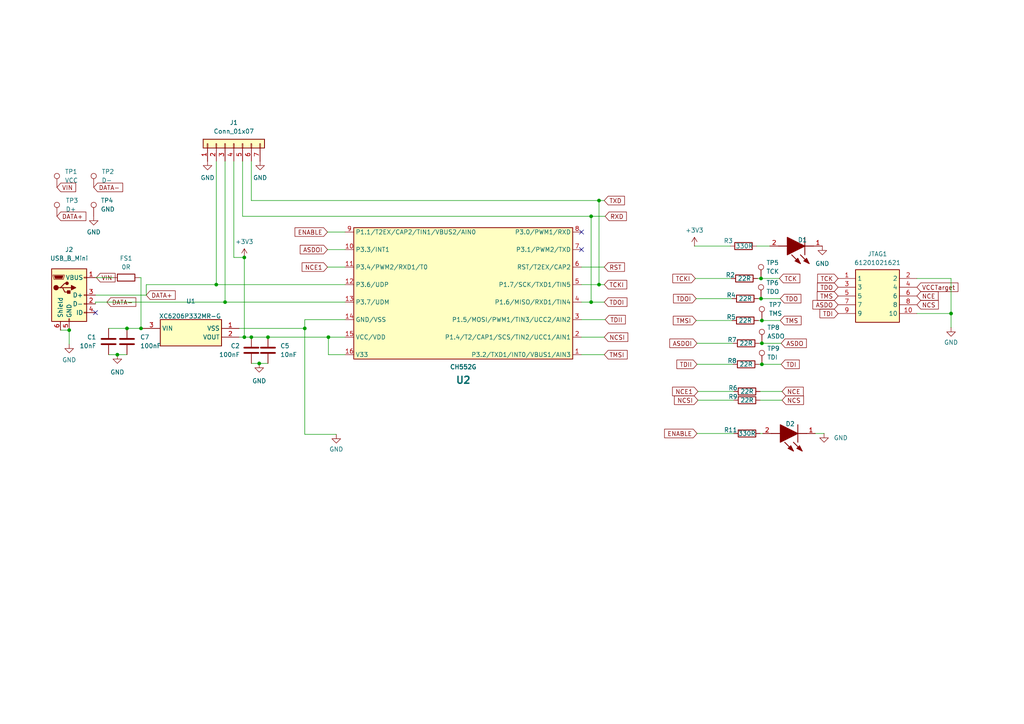
<source format=kicad_sch>
(kicad_sch
	(version 20250114)
	(generator "eeschema")
	(generator_version "9.0")
	(uuid "0c28749e-81cf-4114-ad38-8af9029f374c")
	(paper "A4")
	(title_block
		(title "Really Cheap ByteBlaster Clone (AliExpress £2)")
		(date "2025-12-15")
		(rev "1.0")
		(company "liveboxandy")
		(comment 1 "Schematic created from photos of top & Bottom side with a DMM where required")
		(comment 2 "Removed U2 to see how it was connected under it")
	)
	(lib_symbols
		(symbol "ByteBlaster:150224BS73100"
			(pin_names
				(hide yes)
			)
			(exclude_from_sim no)
			(in_bom yes)
			(on_board yes)
			(property "Reference" "LED"
				(at 12.7 8.89 0)
				(effects
					(font
						(size 1.27 1.27)
					)
					(justify left bottom)
				)
			)
			(property "Value" "150224BS73100"
				(at 12.7 6.35 0)
				(effects
					(font
						(size 1.27 1.27)
					)
					(justify left bottom)
				)
			)
			(property "Footprint" "150224BS73100"
				(at 12.7 -93.65 0)
				(effects
					(font
						(size 1.27 1.27)
					)
					(justify left bottom)
					(hide yes)
				)
			)
			(property "Datasheet" "https://www.we-online.com/catalog/datasheet/150224BS73100.pdf"
				(at 12.7 -193.65 0)
				(effects
					(font
						(size 1.27 1.27)
					)
					(justify left bottom)
					(hide yes)
				)
			)
			(property "Description" "WL-SMTW SMT Mono-color TOP LED  Waterclear 2214; Blue Typ.(@20mA): 456 nm; 220 mcd; 3 V; 120 InGaP"
				(at 0 0 0)
				(effects
					(font
						(size 1.27 1.27)
					)
					(hide yes)
				)
			)
			(property "Height" "1.31"
				(at 12.7 -393.65 0)
				(effects
					(font
						(size 1.27 1.27)
					)
					(justify left bottom)
					(hide yes)
				)
			)
			(property "Mouser Part Number" "710-150224BS73100"
				(at 12.7 -493.65 0)
				(effects
					(font
						(size 1.27 1.27)
					)
					(justify left bottom)
					(hide yes)
				)
			)
			(property "Mouser Price/Stock" "https://www.mouser.co.uk/ProductDetail/Wurth-Elektronik/150224BS73100?qs=5aG0NVq1C4w%2FjMuF9nAPXA%3D%3D"
				(at 12.7 -593.65 0)
				(effects
					(font
						(size 1.27 1.27)
					)
					(justify left bottom)
					(hide yes)
				)
			)
			(property "Manufacturer_Name" "Wurth Elektronik"
				(at 12.7 -693.65 0)
				(effects
					(font
						(size 1.27 1.27)
					)
					(justify left bottom)
					(hide yes)
				)
			)
			(property "Manufacturer_Part_Number" "150224BS73100"
				(at 12.7 -793.65 0)
				(effects
					(font
						(size 1.27 1.27)
					)
					(justify left bottom)
					(hide yes)
				)
			)
			(symbol "150224BS73100_1_1"
				(polyline
					(pts
						(xy 2.54 0) (xy 5.08 0)
					)
					(stroke
						(width 0.254)
						(type default)
					)
					(fill
						(type none)
					)
				)
				(polyline
					(pts
						(xy 5.08 2.54) (xy 5.08 -2.54)
					)
					(stroke
						(width 0.254)
						(type default)
					)
					(fill
						(type none)
					)
				)
				(polyline
					(pts
						(xy 5.08 0) (xy 10.16 2.54) (xy 10.16 -2.54) (xy 5.08 0)
					)
					(stroke
						(width 0.254)
						(type default)
					)
					(fill
						(type outline)
					)
				)
				(polyline
					(pts
						(xy 5.334 4.318) (xy 4.572 3.556) (xy 3.81 5.08) (xy 5.334 4.318)
					)
					(stroke
						(width 0.254)
						(type default)
					)
					(fill
						(type outline)
					)
				)
				(polyline
					(pts
						(xy 6.35 2.54) (xy 3.81 5.08)
					)
					(stroke
						(width 0.254)
						(type default)
					)
					(fill
						(type none)
					)
				)
				(polyline
					(pts
						(xy 7.874 4.318) (xy 7.112 3.556) (xy 6.35 5.08) (xy 7.874 4.318)
					)
					(stroke
						(width 0.254)
						(type default)
					)
					(fill
						(type outline)
					)
				)
				(polyline
					(pts
						(xy 8.89 2.54) (xy 6.35 5.08)
					)
					(stroke
						(width 0.254)
						(type default)
					)
					(fill
						(type none)
					)
				)
				(polyline
					(pts
						(xy 10.16 0) (xy 12.7 0)
					)
					(stroke
						(width 0.254)
						(type default)
					)
					(fill
						(type none)
					)
				)
				(pin passive line
					(at 0 0 0)
					(length 2.54)
					(name "K"
						(effects
							(font
								(size 1.27 1.27)
							)
						)
					)
					(number "1"
						(effects
							(font
								(size 1.27 1.27)
							)
						)
					)
				)
				(pin passive line
					(at 15.24 0 180)
					(length 2.54)
					(name "A"
						(effects
							(font
								(size 1.27 1.27)
							)
						)
					)
					(number "2"
						(effects
							(font
								(size 1.27 1.27)
							)
						)
					)
				)
			)
			(embedded_fonts no)
		)
		(symbol "ByteBlaster:61201021621"
			(exclude_from_sim no)
			(in_bom yes)
			(on_board yes)
			(property "Reference" "J"
				(at 19.05 7.62 0)
				(effects
					(font
						(size 1.27 1.27)
					)
					(justify left top)
				)
			)
			(property "Value" "61201021621"
				(at 19.05 5.08 0)
				(effects
					(font
						(size 1.27 1.27)
					)
					(justify left top)
				)
			)
			(property "Footprint" "SHDR10W64P254_2X5_2036X885X925P"
				(at 19.05 -94.92 0)
				(effects
					(font
						(size 1.27 1.27)
					)
					(justify left top)
					(hide yes)
				)
			)
			(property "Datasheet" "https://www.we-online.com/components/products/download/1+%28rev1%29.pdf"
				(at 19.05 -194.92 0)
				(effects
					(font
						(size 1.27 1.27)
					)
					(justify left top)
					(hide yes)
				)
			)
			(property "Description" "WR-BHD 2.54mm Male Box Header 10 pins, straight, gold plating"
				(at 0 0 0)
				(effects
					(font
						(size 1.27 1.27)
					)
					(hide yes)
				)
			)
			(property "Height" "9.25"
				(at 19.05 -394.92 0)
				(effects
					(font
						(size 1.27 1.27)
					)
					(justify left top)
					(hide yes)
				)
			)
			(property "Mouser Part Number" "710-61201021621"
				(at 19.05 -494.92 0)
				(effects
					(font
						(size 1.27 1.27)
					)
					(justify left top)
					(hide yes)
				)
			)
			(property "Mouser Price/Stock" "https://www.mouser.co.uk/ProductDetail/Wurth-Elektronik/61201021621?qs=W%252B2sBeLta1a0dwX5pxbfXw%3D%3D"
				(at 19.05 -594.92 0)
				(effects
					(font
						(size 1.27 1.27)
					)
					(justify left top)
					(hide yes)
				)
			)
			(property "Manufacturer_Name" "Wurth Elektronik"
				(at 19.05 -694.92 0)
				(effects
					(font
						(size 1.27 1.27)
					)
					(justify left top)
					(hide yes)
				)
			)
			(property "Manufacturer_Part_Number" "61201021621"
				(at 19.05 -794.92 0)
				(effects
					(font
						(size 1.27 1.27)
					)
					(justify left top)
					(hide yes)
				)
			)
			(symbol "61201021621_1_1"
				(rectangle
					(start 5.08 2.54)
					(end 17.78 -12.7)
					(stroke
						(width 0.254)
						(type default)
					)
					(fill
						(type background)
					)
				)
				(pin passive line
					(at 0 0 0)
					(length 5.08)
					(name "1"
						(effects
							(font
								(size 1.27 1.27)
							)
						)
					)
					(number "1"
						(effects
							(font
								(size 1.27 1.27)
							)
						)
					)
				)
				(pin passive line
					(at 0 -2.54 0)
					(length 5.08)
					(name "3"
						(effects
							(font
								(size 1.27 1.27)
							)
						)
					)
					(number "3"
						(effects
							(font
								(size 1.27 1.27)
							)
						)
					)
				)
				(pin passive line
					(at 0 -5.08 0)
					(length 5.08)
					(name "5"
						(effects
							(font
								(size 1.27 1.27)
							)
						)
					)
					(number "5"
						(effects
							(font
								(size 1.27 1.27)
							)
						)
					)
				)
				(pin passive line
					(at 0 -7.62 0)
					(length 5.08)
					(name "7"
						(effects
							(font
								(size 1.27 1.27)
							)
						)
					)
					(number "7"
						(effects
							(font
								(size 1.27 1.27)
							)
						)
					)
				)
				(pin passive line
					(at 0 -10.16 0)
					(length 5.08)
					(name "9"
						(effects
							(font
								(size 1.27 1.27)
							)
						)
					)
					(number "9"
						(effects
							(font
								(size 1.27 1.27)
							)
						)
					)
				)
				(pin passive line
					(at 22.86 0 180)
					(length 5.08)
					(name "2"
						(effects
							(font
								(size 1.27 1.27)
							)
						)
					)
					(number "2"
						(effects
							(font
								(size 1.27 1.27)
							)
						)
					)
				)
				(pin passive line
					(at 22.86 -2.54 180)
					(length 5.08)
					(name "4"
						(effects
							(font
								(size 1.27 1.27)
							)
						)
					)
					(number "4"
						(effects
							(font
								(size 1.27 1.27)
							)
						)
					)
				)
				(pin passive line
					(at 22.86 -5.08 180)
					(length 5.08)
					(name "6"
						(effects
							(font
								(size 1.27 1.27)
							)
						)
					)
					(number "6"
						(effects
							(font
								(size 1.27 1.27)
							)
						)
					)
				)
				(pin passive line
					(at 22.86 -7.62 180)
					(length 5.08)
					(name "8"
						(effects
							(font
								(size 1.27 1.27)
							)
						)
					)
					(number "8"
						(effects
							(font
								(size 1.27 1.27)
							)
						)
					)
				)
				(pin passive line
					(at 22.86 -10.16 180)
					(length 5.08)
					(name "10"
						(effects
							(font
								(size 1.27 1.27)
							)
						)
					)
					(number "10"
						(effects
							(font
								(size 1.27 1.27)
							)
						)
					)
				)
			)
			(embedded_fonts no)
		)
		(symbol "ByteBlaster:CH552G"
			(exclude_from_sim no)
			(in_bom yes)
			(on_board yes)
			(property "Reference" "IC"
				(at 2.0066 -6.35 0)
				(effects
					(font
						(size 2.0066 2.0066)
						(bold yes)
					)
					(justify right)
				)
			)
			(property "Value" "CH552G"
				(at -3.81 13.97 0)
				(effects
					(font
						(size 1.27 1.27)
						(bold yes)
					)
					(justify left)
				)
			)
			(property "Footprint" "CH552G_dev:SOIC-16_3.9x9.9mm_Pitch1.27mm"
				(at -20.32 -26.67 0)
				(effects
					(font
						(size 1.27 1.27)
					)
					(justify left)
					(hide yes)
				)
			)
			(property "Datasheet" "https://datasheet.lcsc.com/szlcsc/1812131556_Jiangsu-Qin-Heng-CH552G_C111292.pdf"
				(at -8.89 20.32 0)
				(effects
					(font
						(size 1.27 1.27)
					)
					(hide yes)
				)
			)
			(property "Description" "microcontroller, USB, SOP-16, SOP16, SOIC-16, 8-bit"
				(at 0 0 0)
				(effects
					(font
						(size 1.27 1.27)
					)
					(hide yes)
				)
			)
			(property "ki_keywords" "8-bit microcontroller with USB Interface 256B iRAM and 1KB xRAM"
				(at 0 0 0)
				(effects
					(font
						(size 1.27 1.27)
					)
					(hide yes)
				)
			)
			(property "ki_fp_filters" "SOP*3.9x9.9mm*P1.27mm*"
				(at 0 0 0)
				(effects
					(font
						(size 1.27 1.27)
					)
					(hide yes)
				)
			)
			(symbol "CH552G_0_1"
				(rectangle
					(start -31.75 12.7)
					(end 31.75 -25.4)
					(stroke
						(width 0.254)
						(type solid)
					)
					(fill
						(type background)
					)
				)
			)
			(symbol "CH552G_1_1"
				(pin bidirectional line
					(at -34.29 11.43 0)
					(length 2.54)
					(name "P3.2/TXD1/INT0/VBUS1/AIN3"
						(effects
							(font
								(size 1.27 1.27)
							)
						)
					)
					(number "1"
						(effects
							(font
								(size 1.27 1.27)
							)
						)
					)
				)
				(pin bidirectional line
					(at -34.29 6.35 0)
					(length 2.54)
					(name "P1.4/T2/CAP1/SCS/TIN2/UCC1/AIN1"
						(effects
							(font
								(size 1.27 1.27)
							)
						)
					)
					(number "2"
						(effects
							(font
								(size 1.27 1.27)
							)
						)
					)
				)
				(pin bidirectional line
					(at -34.29 1.27 0)
					(length 2.54)
					(name "P1.5/MOSI/PWM1/TIN3/UCC2/AIN2"
						(effects
							(font
								(size 1.27 1.27)
							)
						)
					)
					(number "3"
						(effects
							(font
								(size 1.27 1.27)
							)
						)
					)
				)
				(pin bidirectional line
					(at -34.29 -3.81 0)
					(length 2.54)
					(name "P1.6/MISO/RXD1/TIN4"
						(effects
							(font
								(size 1.27 1.27)
							)
						)
					)
					(number "4"
						(effects
							(font
								(size 1.27 1.27)
							)
						)
					)
				)
				(pin bidirectional line
					(at -34.29 -8.89 0)
					(length 2.54)
					(name "P1.7/SCK/TXD1/TIN5"
						(effects
							(font
								(size 1.27 1.27)
							)
						)
					)
					(number "5"
						(effects
							(font
								(size 1.27 1.27)
							)
						)
					)
				)
				(pin bidirectional line
					(at -34.29 -13.97 0)
					(length 2.54)
					(name "RST/T2EX/CAP2"
						(effects
							(font
								(size 1.27 1.27)
							)
						)
					)
					(number "6"
						(effects
							(font
								(size 1.27 1.27)
							)
						)
					)
				)
				(pin bidirectional line
					(at -34.29 -19.05 0)
					(length 2.54)
					(name "P3.1/PWM2/TXD"
						(effects
							(font
								(size 1.27 1.27)
							)
						)
					)
					(number "7"
						(effects
							(font
								(size 1.27 1.27)
							)
						)
					)
				)
				(pin bidirectional line
					(at -34.29 -24.13 0)
					(length 2.54)
					(name "P3.0/PWM1/RXD"
						(effects
							(font
								(size 1.27 1.27)
							)
						)
					)
					(number "8"
						(effects
							(font
								(size 1.27 1.27)
							)
						)
					)
				)
				(pin power_in line
					(at 34.29 11.43 180)
					(length 2.54)
					(name "V33"
						(effects
							(font
								(size 1.27 1.27)
							)
						)
					)
					(number "16"
						(effects
							(font
								(size 1.27 1.27)
							)
						)
					)
				)
				(pin power_in line
					(at 34.29 6.35 180)
					(length 2.54)
					(name "VCC/VDD"
						(effects
							(font
								(size 1.27 1.27)
							)
						)
					)
					(number "15"
						(effects
							(font
								(size 1.27 1.27)
							)
						)
					)
				)
				(pin power_in line
					(at 34.29 1.27 180)
					(length 2.54)
					(name "GND/VSS"
						(effects
							(font
								(size 1.27 1.27)
							)
						)
					)
					(number "14"
						(effects
							(font
								(size 1.27 1.27)
							)
						)
					)
				)
				(pin bidirectional line
					(at 34.29 -3.81 180)
					(length 2.54)
					(name "P3.7/UDM"
						(effects
							(font
								(size 1.27 1.27)
							)
						)
					)
					(number "13"
						(effects
							(font
								(size 1.27 1.27)
							)
						)
					)
				)
				(pin bidirectional line
					(at 34.29 -8.89 180)
					(length 2.54)
					(name "P3.6/UDP"
						(effects
							(font
								(size 1.27 1.27)
							)
						)
					)
					(number "12"
						(effects
							(font
								(size 1.27 1.27)
							)
						)
					)
				)
				(pin bidirectional line
					(at 34.29 -13.97 180)
					(length 2.54)
					(name "P3.4/PWM2/RXD1/T0"
						(effects
							(font
								(size 1.27 1.27)
							)
						)
					)
					(number "11"
						(effects
							(font
								(size 1.27 1.27)
							)
						)
					)
				)
				(pin bidirectional line
					(at 34.29 -19.05 180)
					(length 2.54)
					(name "P3.3/INT1"
						(effects
							(font
								(size 1.27 1.27)
							)
						)
					)
					(number "10"
						(effects
							(font
								(size 1.27 1.27)
							)
						)
					)
				)
				(pin bidirectional line
					(at 34.29 -24.13 180)
					(length 2.54)
					(name "P1.1/T2EX/CAP2/TIN1/VBUS2/AIN0"
						(effects
							(font
								(size 1.27 1.27)
							)
						)
					)
					(number "9"
						(effects
							(font
								(size 1.27 1.27)
							)
						)
					)
				)
			)
			(embedded_fonts no)
		)
		(symbol "ByteBlaster:XC6206P332MR-G"
			(exclude_from_sim no)
			(in_bom yes)
			(on_board yes)
			(property "Reference" "PS"
				(at 24.13 7.62 0)
				(effects
					(font
						(size 1.27 1.27)
					)
					(justify left top)
				)
			)
			(property "Value" "XC6206P332MR-G"
				(at 24.13 5.08 0)
				(effects
					(font
						(size 1.27 1.27)
					)
					(justify left top)
				)
			)
			(property "Footprint" "SOT95P280X130-3N"
				(at 24.13 -94.92 0)
				(effects
					(font
						(size 1.27 1.27)
					)
					(justify left top)
					(hide yes)
				)
			)
			(property "Datasheet" "https://www.torexsemi.com/file/xc6206/XC6206.pdf"
				(at 24.13 -194.92 0)
				(effects
					(font
						(size 1.27 1.27)
					)
					(justify left top)
					(hide yes)
				)
			)
			(property "Description" "LDO Voltage Regulators"
				(at 0 0 0)
				(effects
					(font
						(size 1.27 1.27)
					)
					(hide yes)
				)
			)
			(property "Height" "1.3"
				(at 24.13 -394.92 0)
				(effects
					(font
						(size 1.27 1.27)
					)
					(justify left top)
					(hide yes)
				)
			)
			(property "Mouser Part Number" "865-XC6206P332MR-G"
				(at 24.13 -494.92 0)
				(effects
					(font
						(size 1.27 1.27)
					)
					(justify left top)
					(hide yes)
				)
			)
			(property "Mouser Price/Stock" "https://www.mouser.co.uk/ProductDetail/Torex-Semiconductor/XC6206P332MR-G?qs=AsjdqWjXhJ%2FXxNpRY3zZ8g%3D%3D"
				(at 24.13 -594.92 0)
				(effects
					(font
						(size 1.27 1.27)
					)
					(justify left top)
					(hide yes)
				)
			)
			(property "Manufacturer_Name" "Torex"
				(at 24.13 -694.92 0)
				(effects
					(font
						(size 1.27 1.27)
					)
					(justify left top)
					(hide yes)
				)
			)
			(property "Manufacturer_Part_Number" "XC6206P332MR-G"
				(at 24.13 -794.92 0)
				(effects
					(font
						(size 1.27 1.27)
					)
					(justify left top)
					(hide yes)
				)
			)
			(symbol "XC6206P332MR-G_1_1"
				(rectangle
					(start 5.08 2.54)
					(end 22.86 -5.08)
					(stroke
						(width 0.254)
						(type default)
					)
					(fill
						(type background)
					)
				)
				(pin power_in line
					(at 0 0 0)
					(length 5.08)
					(name "VSS"
						(effects
							(font
								(size 1.27 1.27)
							)
						)
					)
					(number "1"
						(effects
							(font
								(size 1.27 1.27)
							)
						)
					)
				)
				(pin power_in line
					(at 0 -2.54 0)
					(length 5.08)
					(name "VOUT"
						(effects
							(font
								(size 1.27 1.27)
							)
						)
					)
					(number "2"
						(effects
							(font
								(size 1.27 1.27)
							)
						)
					)
				)
				(pin power_in line
					(at 27.94 0 180)
					(length 5.08)
					(name "VIN"
						(effects
							(font
								(size 1.27 1.27)
							)
						)
					)
					(number "3"
						(effects
							(font
								(size 1.27 1.27)
							)
						)
					)
				)
			)
			(embedded_fonts no)
		)
		(symbol "Connector:TestPoint"
			(pin_numbers
				(hide yes)
			)
			(pin_names
				(offset 0.762)
				(hide yes)
			)
			(exclude_from_sim no)
			(in_bom yes)
			(on_board yes)
			(property "Reference" "TP"
				(at 0 6.858 0)
				(effects
					(font
						(size 1.27 1.27)
					)
				)
			)
			(property "Value" "TestPoint"
				(at 0 5.08 0)
				(effects
					(font
						(size 1.27 1.27)
					)
				)
			)
			(property "Footprint" ""
				(at 5.08 0 0)
				(effects
					(font
						(size 1.27 1.27)
					)
					(hide yes)
				)
			)
			(property "Datasheet" "~"
				(at 5.08 0 0)
				(effects
					(font
						(size 1.27 1.27)
					)
					(hide yes)
				)
			)
			(property "Description" "test point"
				(at 0 0 0)
				(effects
					(font
						(size 1.27 1.27)
					)
					(hide yes)
				)
			)
			(property "ki_keywords" "test point tp"
				(at 0 0 0)
				(effects
					(font
						(size 1.27 1.27)
					)
					(hide yes)
				)
			)
			(property "ki_fp_filters" "Pin* Test*"
				(at 0 0 0)
				(effects
					(font
						(size 1.27 1.27)
					)
					(hide yes)
				)
			)
			(symbol "TestPoint_0_1"
				(circle
					(center 0 3.302)
					(radius 0.762)
					(stroke
						(width 0)
						(type default)
					)
					(fill
						(type none)
					)
				)
			)
			(symbol "TestPoint_1_1"
				(pin passive line
					(at 0 0 90)
					(length 2.54)
					(name "1"
						(effects
							(font
								(size 1.27 1.27)
							)
						)
					)
					(number "1"
						(effects
							(font
								(size 1.27 1.27)
							)
						)
					)
				)
			)
			(embedded_fonts no)
		)
		(symbol "Connector:USB_B_Mini"
			(pin_names
				(offset 1.016)
			)
			(exclude_from_sim no)
			(in_bom yes)
			(on_board yes)
			(property "Reference" "J"
				(at -5.08 11.43 0)
				(effects
					(font
						(size 1.27 1.27)
					)
					(justify left)
				)
			)
			(property "Value" "USB_B_Mini"
				(at -5.08 8.89 0)
				(effects
					(font
						(size 1.27 1.27)
					)
					(justify left)
				)
			)
			(property "Footprint" ""
				(at 3.81 -1.27 0)
				(effects
					(font
						(size 1.27 1.27)
					)
					(hide yes)
				)
			)
			(property "Datasheet" "~"
				(at 3.81 -1.27 0)
				(effects
					(font
						(size 1.27 1.27)
					)
					(hide yes)
				)
			)
			(property "Description" "USB Mini Type B connector"
				(at 0 0 0)
				(effects
					(font
						(size 1.27 1.27)
					)
					(hide yes)
				)
			)
			(property "ki_keywords" "connector USB mini"
				(at 0 0 0)
				(effects
					(font
						(size 1.27 1.27)
					)
					(hide yes)
				)
			)
			(property "ki_fp_filters" "USB*Mini*B*"
				(at 0 0 0)
				(effects
					(font
						(size 1.27 1.27)
					)
					(hide yes)
				)
			)
			(symbol "USB_B_Mini_0_1"
				(rectangle
					(start -5.08 -7.62)
					(end 5.08 7.62)
					(stroke
						(width 0.254)
						(type default)
					)
					(fill
						(type background)
					)
				)
				(polyline
					(pts
						(xy -4.699 5.842) (xy -4.699 5.588) (xy -4.445 4.826) (xy -4.445 4.572) (xy -1.651 4.572) (xy -1.651 4.826)
						(xy -1.397 5.588) (xy -1.397 5.842) (xy -4.699 5.842)
					)
					(stroke
						(width 0)
						(type default)
					)
					(fill
						(type none)
					)
				)
				(polyline
					(pts
						(xy -4.318 5.588) (xy -1.778 5.588) (xy -2.032 4.826) (xy -4.064 4.826) (xy -4.318 5.588)
					)
					(stroke
						(width 0)
						(type default)
					)
					(fill
						(type outline)
					)
				)
				(circle
					(center -3.81 2.159)
					(radius 0.635)
					(stroke
						(width 0.254)
						(type default)
					)
					(fill
						(type outline)
					)
				)
				(polyline
					(pts
						(xy -3.175 2.159) (xy -2.54 2.159) (xy -1.27 3.429) (xy -0.635 3.429)
					)
					(stroke
						(width 0.254)
						(type default)
					)
					(fill
						(type none)
					)
				)
				(polyline
					(pts
						(xy -2.54 2.159) (xy -1.905 2.159) (xy -1.27 0.889) (xy 0 0.889)
					)
					(stroke
						(width 0.254)
						(type default)
					)
					(fill
						(type none)
					)
				)
				(polyline
					(pts
						(xy -1.905 2.159) (xy 0.635 2.159)
					)
					(stroke
						(width 0.254)
						(type default)
					)
					(fill
						(type none)
					)
				)
				(circle
					(center -0.635 3.429)
					(radius 0.381)
					(stroke
						(width 0.254)
						(type default)
					)
					(fill
						(type outline)
					)
				)
				(rectangle
					(start -0.127 -7.62)
					(end 0.127 -6.858)
					(stroke
						(width 0)
						(type default)
					)
					(fill
						(type none)
					)
				)
				(rectangle
					(start 0.254 1.27)
					(end -0.508 0.508)
					(stroke
						(width 0.254)
						(type default)
					)
					(fill
						(type outline)
					)
				)
				(polyline
					(pts
						(xy 0.635 2.794) (xy 0.635 1.524) (xy 1.905 2.159) (xy 0.635 2.794)
					)
					(stroke
						(width 0.254)
						(type default)
					)
					(fill
						(type outline)
					)
				)
				(rectangle
					(start 5.08 4.953)
					(end 4.318 5.207)
					(stroke
						(width 0)
						(type default)
					)
					(fill
						(type none)
					)
				)
				(rectangle
					(start 5.08 -0.127)
					(end 4.318 0.127)
					(stroke
						(width 0)
						(type default)
					)
					(fill
						(type none)
					)
				)
				(rectangle
					(start 5.08 -2.667)
					(end 4.318 -2.413)
					(stroke
						(width 0)
						(type default)
					)
					(fill
						(type none)
					)
				)
				(rectangle
					(start 5.08 -5.207)
					(end 4.318 -4.953)
					(stroke
						(width 0)
						(type default)
					)
					(fill
						(type none)
					)
				)
			)
			(symbol "USB_B_Mini_1_1"
				(pin passive line
					(at -2.54 -10.16 90)
					(length 2.54)
					(name "Shield"
						(effects
							(font
								(size 1.27 1.27)
							)
						)
					)
					(number "6"
						(effects
							(font
								(size 1.27 1.27)
							)
						)
					)
				)
				(pin power_out line
					(at 0 -10.16 90)
					(length 2.54)
					(name "GND"
						(effects
							(font
								(size 1.27 1.27)
							)
						)
					)
					(number "5"
						(effects
							(font
								(size 1.27 1.27)
							)
						)
					)
				)
				(pin power_out line
					(at 7.62 5.08 180)
					(length 2.54)
					(name "VBUS"
						(effects
							(font
								(size 1.27 1.27)
							)
						)
					)
					(number "1"
						(effects
							(font
								(size 1.27 1.27)
							)
						)
					)
				)
				(pin bidirectional line
					(at 7.62 0 180)
					(length 2.54)
					(name "D+"
						(effects
							(font
								(size 1.27 1.27)
							)
						)
					)
					(number "3"
						(effects
							(font
								(size 1.27 1.27)
							)
						)
					)
				)
				(pin bidirectional line
					(at 7.62 -2.54 180)
					(length 2.54)
					(name "D-"
						(effects
							(font
								(size 1.27 1.27)
							)
						)
					)
					(number "2"
						(effects
							(font
								(size 1.27 1.27)
							)
						)
					)
				)
				(pin passive line
					(at 7.62 -5.08 180)
					(length 2.54)
					(name "ID"
						(effects
							(font
								(size 1.27 1.27)
							)
						)
					)
					(number "4"
						(effects
							(font
								(size 1.27 1.27)
							)
						)
					)
				)
			)
			(embedded_fonts no)
		)
		(symbol "Connector_Generic:Conn_01x07"
			(pin_names
				(offset 1.016)
				(hide yes)
			)
			(exclude_from_sim no)
			(in_bom yes)
			(on_board yes)
			(property "Reference" "J"
				(at 0 10.16 0)
				(effects
					(font
						(size 1.27 1.27)
					)
				)
			)
			(property "Value" "Conn_01x07"
				(at 0 -10.16 0)
				(effects
					(font
						(size 1.27 1.27)
					)
				)
			)
			(property "Footprint" ""
				(at 0 0 0)
				(effects
					(font
						(size 1.27 1.27)
					)
					(hide yes)
				)
			)
			(property "Datasheet" "~"
				(at 0 0 0)
				(effects
					(font
						(size 1.27 1.27)
					)
					(hide yes)
				)
			)
			(property "Description" "Generic connector, single row, 01x07, script generated (kicad-library-utils/schlib/autogen/connector/)"
				(at 0 0 0)
				(effects
					(font
						(size 1.27 1.27)
					)
					(hide yes)
				)
			)
			(property "ki_keywords" "connector"
				(at 0 0 0)
				(effects
					(font
						(size 1.27 1.27)
					)
					(hide yes)
				)
			)
			(property "ki_fp_filters" "Connector*:*_1x??_*"
				(at 0 0 0)
				(effects
					(font
						(size 1.27 1.27)
					)
					(hide yes)
				)
			)
			(symbol "Conn_01x07_1_1"
				(rectangle
					(start -1.27 8.89)
					(end 1.27 -8.89)
					(stroke
						(width 0.254)
						(type default)
					)
					(fill
						(type background)
					)
				)
				(rectangle
					(start -1.27 7.747)
					(end 0 7.493)
					(stroke
						(width 0.1524)
						(type default)
					)
					(fill
						(type none)
					)
				)
				(rectangle
					(start -1.27 5.207)
					(end 0 4.953)
					(stroke
						(width 0.1524)
						(type default)
					)
					(fill
						(type none)
					)
				)
				(rectangle
					(start -1.27 2.667)
					(end 0 2.413)
					(stroke
						(width 0.1524)
						(type default)
					)
					(fill
						(type none)
					)
				)
				(rectangle
					(start -1.27 0.127)
					(end 0 -0.127)
					(stroke
						(width 0.1524)
						(type default)
					)
					(fill
						(type none)
					)
				)
				(rectangle
					(start -1.27 -2.413)
					(end 0 -2.667)
					(stroke
						(width 0.1524)
						(type default)
					)
					(fill
						(type none)
					)
				)
				(rectangle
					(start -1.27 -4.953)
					(end 0 -5.207)
					(stroke
						(width 0.1524)
						(type default)
					)
					(fill
						(type none)
					)
				)
				(rectangle
					(start -1.27 -7.493)
					(end 0 -7.747)
					(stroke
						(width 0.1524)
						(type default)
					)
					(fill
						(type none)
					)
				)
				(pin passive line
					(at -5.08 7.62 0)
					(length 3.81)
					(name "Pin_1"
						(effects
							(font
								(size 1.27 1.27)
							)
						)
					)
					(number "1"
						(effects
							(font
								(size 1.27 1.27)
							)
						)
					)
				)
				(pin passive line
					(at -5.08 5.08 0)
					(length 3.81)
					(name "Pin_2"
						(effects
							(font
								(size 1.27 1.27)
							)
						)
					)
					(number "2"
						(effects
							(font
								(size 1.27 1.27)
							)
						)
					)
				)
				(pin passive line
					(at -5.08 2.54 0)
					(length 3.81)
					(name "Pin_3"
						(effects
							(font
								(size 1.27 1.27)
							)
						)
					)
					(number "3"
						(effects
							(font
								(size 1.27 1.27)
							)
						)
					)
				)
				(pin passive line
					(at -5.08 0 0)
					(length 3.81)
					(name "Pin_4"
						(effects
							(font
								(size 1.27 1.27)
							)
						)
					)
					(number "4"
						(effects
							(font
								(size 1.27 1.27)
							)
						)
					)
				)
				(pin passive line
					(at -5.08 -2.54 0)
					(length 3.81)
					(name "Pin_5"
						(effects
							(font
								(size 1.27 1.27)
							)
						)
					)
					(number "5"
						(effects
							(font
								(size 1.27 1.27)
							)
						)
					)
				)
				(pin passive line
					(at -5.08 -5.08 0)
					(length 3.81)
					(name "Pin_6"
						(effects
							(font
								(size 1.27 1.27)
							)
						)
					)
					(number "6"
						(effects
							(font
								(size 1.27 1.27)
							)
						)
					)
				)
				(pin passive line
					(at -5.08 -7.62 0)
					(length 3.81)
					(name "Pin_7"
						(effects
							(font
								(size 1.27 1.27)
							)
						)
					)
					(number "7"
						(effects
							(font
								(size 1.27 1.27)
							)
						)
					)
				)
			)
			(embedded_fonts no)
		)
		(symbol "Device:C"
			(pin_numbers
				(hide yes)
			)
			(pin_names
				(offset 0.254)
			)
			(exclude_from_sim no)
			(in_bom yes)
			(on_board yes)
			(property "Reference" "C"
				(at 0.635 2.54 0)
				(effects
					(font
						(size 1.27 1.27)
					)
					(justify left)
				)
			)
			(property "Value" "C"
				(at 0.635 -2.54 0)
				(effects
					(font
						(size 1.27 1.27)
					)
					(justify left)
				)
			)
			(property "Footprint" ""
				(at 0.9652 -3.81 0)
				(effects
					(font
						(size 1.27 1.27)
					)
					(hide yes)
				)
			)
			(property "Datasheet" "~"
				(at 0 0 0)
				(effects
					(font
						(size 1.27 1.27)
					)
					(hide yes)
				)
			)
			(property "Description" "Unpolarized capacitor"
				(at 0 0 0)
				(effects
					(font
						(size 1.27 1.27)
					)
					(hide yes)
				)
			)
			(property "ki_keywords" "cap capacitor"
				(at 0 0 0)
				(effects
					(font
						(size 1.27 1.27)
					)
					(hide yes)
				)
			)
			(property "ki_fp_filters" "C_*"
				(at 0 0 0)
				(effects
					(font
						(size 1.27 1.27)
					)
					(hide yes)
				)
			)
			(symbol "C_0_1"
				(polyline
					(pts
						(xy -2.032 0.762) (xy 2.032 0.762)
					)
					(stroke
						(width 0.508)
						(type default)
					)
					(fill
						(type none)
					)
				)
				(polyline
					(pts
						(xy -2.032 -0.762) (xy 2.032 -0.762)
					)
					(stroke
						(width 0.508)
						(type default)
					)
					(fill
						(type none)
					)
				)
			)
			(symbol "C_1_1"
				(pin passive line
					(at 0 3.81 270)
					(length 2.794)
					(name "~"
						(effects
							(font
								(size 1.27 1.27)
							)
						)
					)
					(number "1"
						(effects
							(font
								(size 1.27 1.27)
							)
						)
					)
				)
				(pin passive line
					(at 0 -3.81 90)
					(length 2.794)
					(name "~"
						(effects
							(font
								(size 1.27 1.27)
							)
						)
					)
					(number "2"
						(effects
							(font
								(size 1.27 1.27)
							)
						)
					)
				)
			)
			(embedded_fonts no)
		)
		(symbol "Device:R"
			(pin_numbers
				(hide yes)
			)
			(pin_names
				(offset 0)
			)
			(exclude_from_sim no)
			(in_bom yes)
			(on_board yes)
			(property "Reference" "R"
				(at 2.032 0 90)
				(effects
					(font
						(size 1.27 1.27)
					)
				)
			)
			(property "Value" "R"
				(at 0 0 90)
				(effects
					(font
						(size 1.27 1.27)
					)
				)
			)
			(property "Footprint" ""
				(at -1.778 0 90)
				(effects
					(font
						(size 1.27 1.27)
					)
					(hide yes)
				)
			)
			(property "Datasheet" "~"
				(at 0 0 0)
				(effects
					(font
						(size 1.27 1.27)
					)
					(hide yes)
				)
			)
			(property "Description" "Resistor"
				(at 0 0 0)
				(effects
					(font
						(size 1.27 1.27)
					)
					(hide yes)
				)
			)
			(property "ki_keywords" "R res resistor"
				(at 0 0 0)
				(effects
					(font
						(size 1.27 1.27)
					)
					(hide yes)
				)
			)
			(property "ki_fp_filters" "R_*"
				(at 0 0 0)
				(effects
					(font
						(size 1.27 1.27)
					)
					(hide yes)
				)
			)
			(symbol "R_0_1"
				(rectangle
					(start -1.016 -2.54)
					(end 1.016 2.54)
					(stroke
						(width 0.254)
						(type default)
					)
					(fill
						(type none)
					)
				)
			)
			(symbol "R_1_1"
				(pin passive line
					(at 0 3.81 270)
					(length 1.27)
					(name "~"
						(effects
							(font
								(size 1.27 1.27)
							)
						)
					)
					(number "1"
						(effects
							(font
								(size 1.27 1.27)
							)
						)
					)
				)
				(pin passive line
					(at 0 -3.81 90)
					(length 1.27)
					(name "~"
						(effects
							(font
								(size 1.27 1.27)
							)
						)
					)
					(number "2"
						(effects
							(font
								(size 1.27 1.27)
							)
						)
					)
				)
			)
			(embedded_fonts no)
		)
		(symbol "power:+3V3"
			(power)
			(pin_numbers
				(hide yes)
			)
			(pin_names
				(offset 0)
				(hide yes)
			)
			(exclude_from_sim no)
			(in_bom yes)
			(on_board yes)
			(property "Reference" "#PWR"
				(at 0 -3.81 0)
				(effects
					(font
						(size 1.27 1.27)
					)
					(hide yes)
				)
			)
			(property "Value" "+3V3"
				(at 0 3.556 0)
				(effects
					(font
						(size 1.27 1.27)
					)
				)
			)
			(property "Footprint" ""
				(at 0 0 0)
				(effects
					(font
						(size 1.27 1.27)
					)
					(hide yes)
				)
			)
			(property "Datasheet" ""
				(at 0 0 0)
				(effects
					(font
						(size 1.27 1.27)
					)
					(hide yes)
				)
			)
			(property "Description" "Power symbol creates a global label with name \"+3V3\""
				(at 0 0 0)
				(effects
					(font
						(size 1.27 1.27)
					)
					(hide yes)
				)
			)
			(property "ki_keywords" "global power"
				(at 0 0 0)
				(effects
					(font
						(size 1.27 1.27)
					)
					(hide yes)
				)
			)
			(symbol "+3V3_0_1"
				(polyline
					(pts
						(xy -0.762 1.27) (xy 0 2.54)
					)
					(stroke
						(width 0)
						(type default)
					)
					(fill
						(type none)
					)
				)
				(polyline
					(pts
						(xy 0 2.54) (xy 0.762 1.27)
					)
					(stroke
						(width 0)
						(type default)
					)
					(fill
						(type none)
					)
				)
				(polyline
					(pts
						(xy 0 0) (xy 0 2.54)
					)
					(stroke
						(width 0)
						(type default)
					)
					(fill
						(type none)
					)
				)
			)
			(symbol "+3V3_1_1"
				(pin power_in line
					(at 0 0 90)
					(length 0)
					(name "~"
						(effects
							(font
								(size 1.27 1.27)
							)
						)
					)
					(number "1"
						(effects
							(font
								(size 1.27 1.27)
							)
						)
					)
				)
			)
			(embedded_fonts no)
		)
		(symbol "power:GND"
			(power)
			(pin_numbers
				(hide yes)
			)
			(pin_names
				(offset 0)
				(hide yes)
			)
			(exclude_from_sim no)
			(in_bom yes)
			(on_board yes)
			(property "Reference" "#PWR"
				(at 0 -6.35 0)
				(effects
					(font
						(size 1.27 1.27)
					)
					(hide yes)
				)
			)
			(property "Value" "GND"
				(at 0 -3.81 0)
				(effects
					(font
						(size 1.27 1.27)
					)
				)
			)
			(property "Footprint" ""
				(at 0 0 0)
				(effects
					(font
						(size 1.27 1.27)
					)
					(hide yes)
				)
			)
			(property "Datasheet" ""
				(at 0 0 0)
				(effects
					(font
						(size 1.27 1.27)
					)
					(hide yes)
				)
			)
			(property "Description" "Power symbol creates a global label with name \"GND\" , ground"
				(at 0 0 0)
				(effects
					(font
						(size 1.27 1.27)
					)
					(hide yes)
				)
			)
			(property "ki_keywords" "global power"
				(at 0 0 0)
				(effects
					(font
						(size 1.27 1.27)
					)
					(hide yes)
				)
			)
			(symbol "GND_0_1"
				(polyline
					(pts
						(xy 0 0) (xy 0 -1.27) (xy 1.27 -1.27) (xy 0 -2.54) (xy -1.27 -1.27) (xy 0 -1.27)
					)
					(stroke
						(width 0)
						(type default)
					)
					(fill
						(type none)
					)
				)
			)
			(symbol "GND_1_1"
				(pin power_in line
					(at 0 0 270)
					(length 0)
					(name "~"
						(effects
							(font
								(size 1.27 1.27)
							)
						)
					)
					(number "1"
						(effects
							(font
								(size 1.27 1.27)
							)
						)
					)
				)
			)
			(embedded_fonts no)
		)
	)
	(junction
		(at 70.866 97.79)
		(diameter 0)
		(color 0 0 0 0)
		(uuid "029b60c6-fee6-47eb-995d-fce1383d8c77")
	)
	(junction
		(at 65.278 87.63)
		(diameter 0)
		(color 0 0 0 0)
		(uuid "224f7fa0-15cd-459d-ad28-5663150fc4e2")
	)
	(junction
		(at 88.392 95.25)
		(diameter 0)
		(color 0 0 0 0)
		(uuid "294a184f-0468-4bc4-89a4-d892d20e035b")
	)
	(junction
		(at 220.726 80.772)
		(diameter 0)
		(color 0 0 0 0)
		(uuid "2da98bc7-2c9c-4b30-a407-b099c8b82089")
	)
	(junction
		(at 40.894 95.25)
		(diameter 0)
		(color 0 0 0 0)
		(uuid "2f5c882a-1a04-4b7b-bbe7-71adade94db5")
	)
	(junction
		(at 171.45 87.63)
		(diameter 0)
		(color 0 0 0 0)
		(uuid "3009c596-4908-477a-91bf-9d556902cd86")
	)
	(junction
		(at 95.25 97.79)
		(diameter 0)
		(color 0 0 0 0)
		(uuid "3df99cd8-acbc-41cb-85bf-43fbcf67b8e3")
	)
	(junction
		(at 36.83 95.25)
		(diameter 0)
		(color 0 0 0 0)
		(uuid "4f75c1dd-5a69-4024-9f85-62e88ad7e06f")
	)
	(junction
		(at 70.866 74.676)
		(diameter 0)
		(color 0 0 0 0)
		(uuid "507264e8-d75b-467f-8384-1bd091795a77")
	)
	(junction
		(at 220.98 105.664)
		(diameter 0)
		(color 0 0 0 0)
		(uuid "53e91837-f028-4cd3-85ca-6e6a90889855")
	)
	(junction
		(at 20.066 95.758)
		(diameter 0)
		(color 0 0 0 0)
		(uuid "6fcc9882-d14b-4df1-a730-17c1fa35445b")
	)
	(junction
		(at 220.726 86.614)
		(diameter 0)
		(color 0 0 0 0)
		(uuid "80ab3d5f-daf1-412c-a94a-25305ce826f1")
	)
	(junction
		(at 220.98 92.964)
		(diameter 0)
		(color 0 0 0 0)
		(uuid "8323af3e-18df-4716-91c8-9cbc0baabf73")
	)
	(junction
		(at 72.898 97.79)
		(diameter 0)
		(color 0 0 0 0)
		(uuid "a1ebb821-3cfa-45d2-a780-a446ef3c3e9d")
	)
	(junction
		(at 62.738 82.55)
		(diameter 0)
		(color 0 0 0 0)
		(uuid "ab16eb7e-9271-4dae-a3e8-ad4bd95187be")
	)
	(junction
		(at 220.98 99.568)
		(diameter 0)
		(color 0 0 0 0)
		(uuid "abe56884-90aa-4d62-b27a-6c7ac4d45b1d")
	)
	(junction
		(at 275.844 90.932)
		(diameter 0)
		(color 0 0 0 0)
		(uuid "bc822ee8-64cb-4c87-b603-51dab7d358a6")
	)
	(junction
		(at 34.036 102.87)
		(diameter 0)
		(color 0 0 0 0)
		(uuid "beed4877-2a13-4be4-9e0e-34ed19ec5fb2")
	)
	(junction
		(at 77.724 97.79)
		(diameter 0)
		(color 0 0 0 0)
		(uuid "e6b7afce-843a-4817-9058-115f3f3be9a3")
	)
	(junction
		(at 171.45 62.738)
		(diameter 0)
		(color 0 0 0 0)
		(uuid "ea47526a-a2a1-4185-8af3-384338692843")
	)
	(junction
		(at 173.736 82.55)
		(diameter 0)
		(color 0 0 0 0)
		(uuid "eae798d6-e848-4bb7-9e1e-6c86f3d70c1c")
	)
	(junction
		(at 75.184 105.41)
		(diameter 0)
		(color 0 0 0 0)
		(uuid "f273e04b-c330-47ba-95a7-67d4e2b7e7f0")
	)
	(junction
		(at 173.736 58.166)
		(diameter 0)
		(color 0 0 0 0)
		(uuid "f3d3eae6-8b35-4fa4-bf87-4fb972493fb3")
	)
	(no_connect
		(at 168.656 67.31)
		(uuid "391de0b1-51ea-412d-911d-c8743281bc4c")
	)
	(no_connect
		(at 27.686 90.678)
		(uuid "7d766197-2bd6-4930-a894-19c9f215ca6a")
	)
	(no_connect
		(at 168.656 72.39)
		(uuid "e82ad720-ea77-4551-a539-c85669194a14")
	)
	(wire
		(pts
			(xy 168.656 97.79) (xy 175.26 97.79)
		)
		(stroke
			(width 0)
			(type default)
		)
		(uuid "0940f2db-540a-49c3-83b9-84b1f679634e")
	)
	(wire
		(pts
			(xy 70.358 62.738) (xy 171.45 62.738)
		)
		(stroke
			(width 0)
			(type default)
		)
		(uuid "0c5ef214-0aa0-4ea8-ad07-30d12e98b1c9")
	)
	(wire
		(pts
			(xy 220.726 80.772) (xy 226.06 80.772)
		)
		(stroke
			(width 0)
			(type default)
		)
		(uuid "12480b96-313f-4a62-99f6-fd3a6fd1e398")
	)
	(wire
		(pts
			(xy 173.736 58.166) (xy 175.26 58.166)
		)
		(stroke
			(width 0)
			(type default)
		)
		(uuid "1401daf4-9e3f-438b-9156-eb356e1890ef")
	)
	(wire
		(pts
			(xy 265.938 80.772) (xy 275.844 80.772)
		)
		(stroke
			(width 0)
			(type default)
		)
		(uuid "17762829-36a2-4817-944e-d654287847b5")
	)
	(wire
		(pts
			(xy 220.726 86.614) (xy 226.314 86.614)
		)
		(stroke
			(width 0)
			(type default)
		)
		(uuid "179f6375-4030-4e21-9736-1fe4b399136c")
	)
	(wire
		(pts
			(xy 69.342 97.79) (xy 70.866 97.79)
		)
		(stroke
			(width 0)
			(type default)
		)
		(uuid "17ddd9b3-db90-4dd5-ba56-d25cdeca3d03")
	)
	(wire
		(pts
			(xy 88.392 95.25) (xy 69.342 95.25)
		)
		(stroke
			(width 0)
			(type default)
		)
		(uuid "17e979b0-6854-44b3-9679-4231260771c8")
	)
	(wire
		(pts
			(xy 72.898 97.79) (xy 77.724 97.79)
		)
		(stroke
			(width 0)
			(type default)
		)
		(uuid "1c38266b-f819-416d-a830-220b7e86e918")
	)
	(wire
		(pts
			(xy 175.26 102.87) (xy 168.656 102.87)
		)
		(stroke
			(width 0)
			(type default)
		)
		(uuid "25b16bb0-9ed3-40c6-9699-33c07ef48d14")
	)
	(wire
		(pts
			(xy 72.898 58.166) (xy 173.736 58.166)
		)
		(stroke
			(width 0)
			(type default)
		)
		(uuid "289d2664-245d-4d77-b62e-27792fcf9c27")
	)
	(wire
		(pts
			(xy 94.996 72.39) (xy 100.076 72.39)
		)
		(stroke
			(width 0)
			(type default)
		)
		(uuid "2953aa2d-85b7-4dde-8e01-bedb02d057eb")
	)
	(wire
		(pts
			(xy 220.472 116.078) (xy 226.822 116.078)
		)
		(stroke
			(width 0)
			(type default)
		)
		(uuid "2f37348f-967b-4b3d-916d-4396a4dff6ba")
	)
	(wire
		(pts
			(xy 88.392 92.71) (xy 100.076 92.71)
		)
		(stroke
			(width 0)
			(type default)
		)
		(uuid "38f36974-dd1f-4dd7-99bb-9d206a1b98fa")
	)
	(wire
		(pts
			(xy 88.392 125.984) (xy 97.536 125.984)
		)
		(stroke
			(width 0)
			(type default)
		)
		(uuid "3911365a-f566-48e6-bf72-f6670b3d7550")
	)
	(wire
		(pts
			(xy 88.392 92.71) (xy 88.392 95.25)
		)
		(stroke
			(width 0)
			(type default)
		)
		(uuid "3a29cce2-fe09-4ee6-8825-07b16de3d4a6")
	)
	(wire
		(pts
			(xy 202.184 105.664) (xy 212.598 105.664)
		)
		(stroke
			(width 0)
			(type default)
		)
		(uuid "3f8bf670-0d3a-49bf-8ffb-e6df59f32a9d")
	)
	(wire
		(pts
			(xy 42.418 82.55) (xy 62.738 82.55)
		)
		(stroke
			(width 0)
			(type default)
		)
		(uuid "474b3bfd-2ab4-4b98-b67c-ca9dfefd7fc8")
	)
	(wire
		(pts
			(xy 219.964 86.614) (xy 220.726 86.614)
		)
		(stroke
			(width 0)
			(type default)
		)
		(uuid "4886ad33-569a-4117-b54a-8d5d764aa392")
	)
	(wire
		(pts
			(xy 72.898 105.41) (xy 75.184 105.41)
		)
		(stroke
			(width 0)
			(type default)
		)
		(uuid "4893988c-f041-4d46-98b0-b99179f74fd7")
	)
	(wire
		(pts
			(xy 94.996 77.47) (xy 100.076 77.47)
		)
		(stroke
			(width 0)
			(type default)
		)
		(uuid "4902590e-8a8a-4bb0-8dde-5e026da7023f")
	)
	(wire
		(pts
			(xy 95.25 97.79) (xy 100.076 97.79)
		)
		(stroke
			(width 0)
			(type default)
		)
		(uuid "4ab3f9d6-d7bc-46e1-8cf9-bd411db0ce61")
	)
	(wire
		(pts
			(xy 219.71 80.772) (xy 220.726 80.772)
		)
		(stroke
			(width 0)
			(type default)
		)
		(uuid "4f3c51b4-4dca-4b5b-ba19-579acea8288b")
	)
	(wire
		(pts
			(xy 27.686 87.63) (xy 27.686 88.138)
		)
		(stroke
			(width 0)
			(type default)
		)
		(uuid "504b7302-dbcb-4902-b02f-2cd68b5c0d47")
	)
	(wire
		(pts
			(xy 201.93 92.964) (xy 212.344 92.964)
		)
		(stroke
			(width 0)
			(type default)
		)
		(uuid "508257d5-cc23-4382-8673-658fbef67bd3")
	)
	(wire
		(pts
			(xy 70.866 97.79) (xy 72.898 97.79)
		)
		(stroke
			(width 0)
			(type default)
		)
		(uuid "52eb520c-1e7f-4b22-ae46-f9177fe5fdcd")
	)
	(wire
		(pts
			(xy 236.474 125.73) (xy 239.014 125.73)
		)
		(stroke
			(width 0)
			(type default)
		)
		(uuid "53513a32-06b1-46c0-84d9-9e6694cdf80a")
	)
	(wire
		(pts
			(xy 219.456 71.374) (xy 223.266 71.374)
		)
		(stroke
			(width 0)
			(type default)
		)
		(uuid "56a1dd6b-2297-4e0b-b512-73a05538dc74")
	)
	(wire
		(pts
			(xy 20.066 95.758) (xy 20.066 99.822)
		)
		(stroke
			(width 0)
			(type default)
		)
		(uuid "57fbe962-8890-434e-9d47-1ca1cd90396b")
	)
	(wire
		(pts
			(xy 36.83 95.25) (xy 40.894 95.25)
		)
		(stroke
			(width 0)
			(type default)
		)
		(uuid "58d31da6-e127-46ac-b937-f826a8607d03")
	)
	(wire
		(pts
			(xy 265.938 90.932) (xy 275.844 90.932)
		)
		(stroke
			(width 0)
			(type default)
		)
		(uuid "593edb96-433f-4d8a-89a0-8d7427738bd5")
	)
	(wire
		(pts
			(xy 275.844 80.772) (xy 275.844 90.932)
		)
		(stroke
			(width 0)
			(type default)
		)
		(uuid "64d97d25-c15e-455a-9dbb-0d667775f2e4")
	)
	(wire
		(pts
			(xy 40.894 95.25) (xy 41.402 95.25)
		)
		(stroke
			(width 0)
			(type default)
		)
		(uuid "7097fa35-9d7b-4622-bb51-ffdf53bee421")
	)
	(wire
		(pts
			(xy 202.438 113.538) (xy 212.852 113.538)
		)
		(stroke
			(width 0)
			(type default)
		)
		(uuid "71ff2dce-ece3-413b-b6c1-56f6a2b4e515")
	)
	(wire
		(pts
			(xy 27.686 87.63) (xy 65.278 87.63)
		)
		(stroke
			(width 0)
			(type default)
		)
		(uuid "731618d5-8275-4426-a0c0-1162841646b5")
	)
	(wire
		(pts
			(xy 62.738 46.736) (xy 62.738 82.55)
		)
		(stroke
			(width 0)
			(type default)
		)
		(uuid "7373b0dd-478d-4895-a309-d8df058ab119")
	)
	(wire
		(pts
			(xy 201.93 86.614) (xy 212.344 86.614)
		)
		(stroke
			(width 0)
			(type default)
		)
		(uuid "737c789f-0bf4-4f78-a70d-880a1a319070")
	)
	(wire
		(pts
			(xy 171.45 87.63) (xy 175.26 87.63)
		)
		(stroke
			(width 0)
			(type default)
		)
		(uuid "74533d07-efc2-471f-b9f2-381e5333a7ee")
	)
	(wire
		(pts
			(xy 175.26 77.47) (xy 168.656 77.47)
		)
		(stroke
			(width 0)
			(type default)
		)
		(uuid "777ef73b-015f-498f-a0c2-e2105426f75c")
	)
	(wire
		(pts
			(xy 67.818 74.676) (xy 67.818 46.736)
		)
		(stroke
			(width 0)
			(type default)
		)
		(uuid "7f5d69e4-01f5-49ed-b57b-b1b7f182bc2b")
	)
	(wire
		(pts
			(xy 31.496 95.25) (xy 36.83 95.25)
		)
		(stroke
			(width 0)
			(type default)
		)
		(uuid "83700c95-6995-4932-809d-20c8adb4549b")
	)
	(wire
		(pts
			(xy 220.218 99.568) (xy 220.98 99.568)
		)
		(stroke
			(width 0)
			(type default)
		)
		(uuid "883fec3a-bb18-48c6-9b34-0c0a99516d96")
	)
	(wire
		(pts
			(xy 72.898 46.736) (xy 72.898 58.166)
		)
		(stroke
			(width 0)
			(type default)
		)
		(uuid "89322ba9-9e88-46ae-a126-2e67878dc63d")
	)
	(wire
		(pts
			(xy 100.076 102.87) (xy 95.25 102.87)
		)
		(stroke
			(width 0)
			(type default)
		)
		(uuid "8a86665a-df9d-4167-be36-92ccd8e75d16")
	)
	(wire
		(pts
			(xy 88.392 95.25) (xy 88.392 125.984)
		)
		(stroke
			(width 0)
			(type default)
		)
		(uuid "8e4392f6-a036-4fda-9ddd-50b1cd79b16c")
	)
	(wire
		(pts
			(xy 220.98 92.964) (xy 226.314 92.964)
		)
		(stroke
			(width 0)
			(type default)
		)
		(uuid "95a4dd13-9425-48cf-857f-2e974e436c94")
	)
	(wire
		(pts
			(xy 168.656 87.63) (xy 171.45 87.63)
		)
		(stroke
			(width 0)
			(type default)
		)
		(uuid "9a8b9c52-9b12-4c73-af4f-c11e785ec9cb")
	)
	(wire
		(pts
			(xy 95.25 102.87) (xy 95.25 97.79)
		)
		(stroke
			(width 0)
			(type default)
		)
		(uuid "a0a0a81a-25c8-49e6-aa1d-7fc6658d2b6f")
	)
	(wire
		(pts
			(xy 17.526 95.758) (xy 20.066 95.758)
		)
		(stroke
			(width 0)
			(type default)
		)
		(uuid "a2eefe9f-c20b-4a07-9aac-b4a576e8d852")
	)
	(wire
		(pts
			(xy 70.866 74.676) (xy 67.818 74.676)
		)
		(stroke
			(width 0)
			(type default)
		)
		(uuid "ac75f763-99c5-493e-bc6b-7e8882849a34")
	)
	(wire
		(pts
			(xy 202.438 116.078) (xy 212.852 116.078)
		)
		(stroke
			(width 0)
			(type default)
		)
		(uuid "b4f684f6-957f-4683-a132-4d13697f43ec")
	)
	(wire
		(pts
			(xy 220.218 105.664) (xy 220.98 105.664)
		)
		(stroke
			(width 0)
			(type default)
		)
		(uuid "b9488ece-addf-4a90-b8b2-8f55c921e719")
	)
	(wire
		(pts
			(xy 77.724 97.79) (xy 95.25 97.79)
		)
		(stroke
			(width 0)
			(type default)
		)
		(uuid "b9646d40-26e8-4d2c-80aa-5253c7bedd0f")
	)
	(wire
		(pts
			(xy 42.418 82.55) (xy 42.418 85.598)
		)
		(stroke
			(width 0)
			(type default)
		)
		(uuid "bd34d737-a061-427e-81f1-e960d8f9adf7")
	)
	(wire
		(pts
			(xy 220.98 99.568) (xy 226.568 99.568)
		)
		(stroke
			(width 0)
			(type default)
		)
		(uuid "be74bc40-a1b7-4acf-ba80-3049e455dc56")
	)
	(wire
		(pts
			(xy 168.656 82.55) (xy 173.736 82.55)
		)
		(stroke
			(width 0)
			(type default)
		)
		(uuid "be7717c8-33cc-4283-9cac-cd394d1ddf39")
	)
	(wire
		(pts
			(xy 40.894 80.518) (xy 40.894 95.25)
		)
		(stroke
			(width 0)
			(type default)
		)
		(uuid "be92dc37-39c7-4e97-91d7-2d5537c94d3d")
	)
	(wire
		(pts
			(xy 220.98 105.664) (xy 226.568 105.664)
		)
		(stroke
			(width 0)
			(type default)
		)
		(uuid "c11f3bc7-9fb8-4335-92b0-d295f8264787")
	)
	(wire
		(pts
			(xy 171.45 62.738) (xy 171.45 87.63)
		)
		(stroke
			(width 0)
			(type default)
		)
		(uuid "c2c944be-527e-407c-b376-122a97e42483")
	)
	(wire
		(pts
			(xy 42.418 85.598) (xy 27.686 85.598)
		)
		(stroke
			(width 0)
			(type default)
		)
		(uuid "c2e909aa-3f76-4c86-9362-67ce5f1dee0c")
	)
	(wire
		(pts
			(xy 220.472 125.73) (xy 221.234 125.73)
		)
		(stroke
			(width 0)
			(type default)
		)
		(uuid "c979860d-117c-4184-8f26-3beee94bd98f")
	)
	(wire
		(pts
			(xy 175.514 92.71) (xy 168.656 92.71)
		)
		(stroke
			(width 0)
			(type default)
		)
		(uuid "ca144572-6def-4d2d-b3fe-2a190e16ad75")
	)
	(wire
		(pts
			(xy 219.964 92.964) (xy 220.98 92.964)
		)
		(stroke
			(width 0)
			(type default)
		)
		(uuid "d1476296-90e9-42e9-839d-95d4dd1dc2da")
	)
	(wire
		(pts
			(xy 27.686 80.518) (xy 32.766 80.518)
		)
		(stroke
			(width 0)
			(type default)
		)
		(uuid "d26f2e97-3b3b-4fc1-8b42-083f03c4867f")
	)
	(wire
		(pts
			(xy 173.736 58.166) (xy 173.736 82.55)
		)
		(stroke
			(width 0)
			(type default)
		)
		(uuid "d3394f6b-514f-4f81-95cc-c0da80197f99")
	)
	(wire
		(pts
			(xy 70.358 62.738) (xy 70.358 46.736)
		)
		(stroke
			(width 0)
			(type default)
		)
		(uuid "d3e8a860-4e0e-45ad-9d98-7f13adfb0777")
	)
	(wire
		(pts
			(xy 202.184 125.73) (xy 212.852 125.73)
		)
		(stroke
			(width 0)
			(type default)
		)
		(uuid "d4d14e77-bc7d-4166-8119-11a691c47bab")
	)
	(wire
		(pts
			(xy 75.184 105.41) (xy 77.724 105.41)
		)
		(stroke
			(width 0)
			(type default)
		)
		(uuid "d700266b-eb61-42ce-894b-32c917f1694b")
	)
	(wire
		(pts
			(xy 40.386 80.518) (xy 40.894 80.518)
		)
		(stroke
			(width 0)
			(type default)
		)
		(uuid "dd60b6c0-afad-4f4b-8823-8f51310e57b8")
	)
	(wire
		(pts
			(xy 70.866 74.676) (xy 70.866 97.79)
		)
		(stroke
			(width 0)
			(type default)
		)
		(uuid "dde63e9b-fb9b-4618-bb1a-ef7b8d5804bd")
	)
	(wire
		(pts
			(xy 65.278 87.63) (xy 100.076 87.63)
		)
		(stroke
			(width 0)
			(type default)
		)
		(uuid "dec46eea-1af8-4714-a726-288fa10e67a0")
	)
	(wire
		(pts
			(xy 275.844 94.996) (xy 275.844 90.932)
		)
		(stroke
			(width 0)
			(type default)
		)
		(uuid "df2331f4-c120-48d4-bb37-7bb104894288")
	)
	(wire
		(pts
			(xy 173.736 82.55) (xy 175.26 82.55)
		)
		(stroke
			(width 0)
			(type default)
		)
		(uuid "e02d7486-edc0-4c06-8fba-2f2334381022")
	)
	(wire
		(pts
			(xy 31.496 102.87) (xy 34.036 102.87)
		)
		(stroke
			(width 0)
			(type default)
		)
		(uuid "e38218cf-7346-42fb-bbb3-6efc8f1badba")
	)
	(wire
		(pts
			(xy 201.422 71.374) (xy 211.836 71.374)
		)
		(stroke
			(width 0)
			(type default)
		)
		(uuid "e57359f6-6215-46bb-a18a-fb417bcbdd8c")
	)
	(wire
		(pts
			(xy 94.996 67.31) (xy 100.076 67.31)
		)
		(stroke
			(width 0)
			(type default)
		)
		(uuid "ea5398c8-99b3-46db-a0d8-27ad77a93933")
	)
	(wire
		(pts
			(xy 201.676 80.772) (xy 212.09 80.772)
		)
		(stroke
			(width 0)
			(type default)
		)
		(uuid "ef5f67cf-4b11-459e-8156-0a9d469592c3")
	)
	(wire
		(pts
			(xy 62.738 82.55) (xy 100.076 82.55)
		)
		(stroke
			(width 0)
			(type default)
		)
		(uuid "eff787cf-3dd8-4790-aa06-72a1d6d56885")
	)
	(wire
		(pts
			(xy 65.278 46.736) (xy 65.278 87.63)
		)
		(stroke
			(width 0)
			(type default)
		)
		(uuid "f1534814-4e53-4492-b501-35de2cc2f3e5")
	)
	(wire
		(pts
			(xy 171.45 62.738) (xy 175.514 62.738)
		)
		(stroke
			(width 0)
			(type default)
		)
		(uuid "f7d884b9-77c3-4be6-9e5e-b62ea4b23c64")
	)
	(wire
		(pts
			(xy 34.036 102.87) (xy 36.83 102.87)
		)
		(stroke
			(width 0)
			(type default)
		)
		(uuid "fa4baf4f-8861-4f91-96bc-2a6be1421c79")
	)
	(wire
		(pts
			(xy 202.184 99.568) (xy 212.598 99.568)
		)
		(stroke
			(width 0)
			(type default)
		)
		(uuid "fd1dccb5-0c9f-4371-8d74-0c66a8e4f56d")
	)
	(wire
		(pts
			(xy 220.472 113.538) (xy 226.822 113.538)
		)
		(stroke
			(width 0)
			(type default)
		)
		(uuid "fd764b24-091c-431b-93fa-6df099f6f5e2")
	)
	(global_label "NCE"
		(shape input)
		(at 226.822 113.538 0)
		(fields_autoplaced yes)
		(effects
			(font
				(size 1.27 1.27)
			)
			(justify left)
		)
		(uuid "076da774-4b37-4252-9aa1-40b47f8fc0aa")
		(property "Intersheetrefs" "${INTERSHEET_REFS}"
			(at 233.5567 113.538 0)
			(effects
				(font
					(size 1.27 1.27)
				)
				(justify left)
				(hide yes)
			)
		)
	)
	(global_label "NCSI"
		(shape input)
		(at 202.438 116.078 180)
		(fields_autoplaced yes)
		(effects
			(font
				(size 1.27 1.27)
			)
			(justify right)
		)
		(uuid "18ab35ae-6b8b-4d52-aedb-4bd7c08b65fd")
		(property "Intersheetrefs" "${INTERSHEET_REFS}"
			(at 195.038 116.078 0)
			(effects
				(font
					(size 1.27 1.27)
				)
				(justify right)
				(hide yes)
			)
		)
	)
	(global_label "RST"
		(shape input)
		(at 175.26 77.47 0)
		(fields_autoplaced yes)
		(effects
			(font
				(size 1.27 1.27)
			)
			(justify left)
		)
		(uuid "1aee8921-81ec-4aac-8c8e-b1a2daf4dae1")
		(property "Intersheetrefs" "${INTERSHEET_REFS}"
			(at 181.6923 77.47 0)
			(effects
				(font
					(size 1.27 1.27)
				)
				(justify left)
				(hide yes)
			)
		)
	)
	(global_label "TXD"
		(shape input)
		(at 175.26 58.166 0)
		(fields_autoplaced yes)
		(effects
			(font
				(size 1.27 1.27)
			)
			(justify left)
		)
		(uuid "1b829e58-a45a-4bb9-9a7e-d512c4510929")
		(property "Intersheetrefs" "${INTERSHEET_REFS}"
			(at 181.6923 58.166 0)
			(effects
				(font
					(size 1.27 1.27)
				)
				(justify left)
				(hide yes)
			)
		)
	)
	(global_label "RXD"
		(shape input)
		(at 175.514 62.738 0)
		(fields_autoplaced yes)
		(effects
			(font
				(size 1.27 1.27)
			)
			(justify left)
		)
		(uuid "2e6401fa-d116-46b0-9e61-40710c75470a")
		(property "Intersheetrefs" "${INTERSHEET_REFS}"
			(at 182.2487 62.738 0)
			(effects
				(font
					(size 1.27 1.27)
				)
				(justify left)
				(hide yes)
			)
		)
	)
	(global_label "TMS"
		(shape input)
		(at 226.314 92.964 0)
		(fields_autoplaced yes)
		(effects
			(font
				(size 1.27 1.27)
			)
			(justify left)
		)
		(uuid "359a5a0e-a500-409e-bb0a-c4feceb6a811")
		(property "Intersheetrefs" "${INTERSHEET_REFS}"
			(at 232.9277 92.964 0)
			(effects
				(font
					(size 1.27 1.27)
				)
				(justify left)
				(hide yes)
			)
		)
	)
	(global_label "TCK"
		(shape input)
		(at 226.06 80.772 0)
		(fields_autoplaced yes)
		(effects
			(font
				(size 1.27 1.27)
			)
			(justify left)
		)
		(uuid "364bc3bd-5beb-4067-9610-f87ebead7ba8")
		(property "Intersheetrefs" "${INTERSHEET_REFS}"
			(at 232.5528 80.772 0)
			(effects
				(font
					(size 1.27 1.27)
				)
				(justify left)
				(hide yes)
			)
		)
	)
	(global_label "DATA-"
		(shape input)
		(at 27.178 54.356 0)
		(fields_autoplaced yes)
		(effects
			(font
				(size 1.27 1.27)
			)
			(justify left)
		)
		(uuid "3d7e6039-97df-4fda-a77a-fbca27080b11")
		(property "Intersheetrefs" "${INTERSHEET_REFS}"
			(at 36.1504 54.356 0)
			(effects
				(font
					(size 1.27 1.27)
				)
				(justify left)
				(hide yes)
			)
		)
	)
	(global_label "DATA+"
		(shape input)
		(at 16.51 62.738 0)
		(fields_autoplaced yes)
		(effects
			(font
				(size 1.27 1.27)
			)
			(justify left)
		)
		(uuid "3da4423d-6cc7-452d-93c3-c6b016ef06a5")
		(property "Intersheetrefs" "${INTERSHEET_REFS}"
			(at 25.4824 62.738 0)
			(effects
				(font
					(size 1.27 1.27)
				)
				(justify left)
				(hide yes)
			)
		)
	)
	(global_label "NCS"
		(shape input)
		(at 265.938 88.392 0)
		(fields_autoplaced yes)
		(effects
			(font
				(size 1.27 1.27)
			)
			(justify left)
		)
		(uuid "45442ef7-446d-42fa-a253-2ac984d30f59")
		(property "Intersheetrefs" "${INTERSHEET_REFS}"
			(at 272.7332 88.392 0)
			(effects
				(font
					(size 1.27 1.27)
				)
				(justify left)
				(hide yes)
			)
		)
	)
	(global_label "TDII"
		(shape input)
		(at 202.184 105.664 180)
		(fields_autoplaced yes)
		(effects
			(font
				(size 1.27 1.27)
			)
			(justify right)
		)
		(uuid "46f7d69b-0ee0-46a0-b258-368a16f2fdcc")
		(property "Intersheetrefs" "${INTERSHEET_REFS}"
			(at 195.7516 105.664 0)
			(effects
				(font
					(size 1.27 1.27)
				)
				(justify right)
				(hide yes)
			)
		)
	)
	(global_label "NCSI"
		(shape input)
		(at 175.26 97.79 0)
		(fields_autoplaced yes)
		(effects
			(font
				(size 1.27 1.27)
			)
			(justify left)
		)
		(uuid "48755193-21a7-4224-9d5e-c89303f4039b")
		(property "Intersheetrefs" "${INTERSHEET_REFS}"
			(at 182.66 97.79 0)
			(effects
				(font
					(size 1.27 1.27)
				)
				(justify left)
				(hide yes)
			)
		)
	)
	(global_label "TDI"
		(shape input)
		(at 226.568 105.664 0)
		(fields_autoplaced yes)
		(effects
			(font
				(size 1.27 1.27)
			)
			(justify left)
		)
		(uuid "4fba562c-f7fc-4cf5-8c86-e1ef927f34b6")
		(property "Intersheetrefs" "${INTERSHEET_REFS}"
			(at 232.3956 105.664 0)
			(effects
				(font
					(size 1.27 1.27)
				)
				(justify left)
				(hide yes)
			)
		)
	)
	(global_label "TCKI"
		(shape input)
		(at 201.676 80.772 180)
		(fields_autoplaced yes)
		(effects
			(font
				(size 1.27 1.27)
			)
			(justify right)
		)
		(uuid "5731f7be-3225-4f53-a3d7-84b84941d3d3")
		(property "Intersheetrefs" "${INTERSHEET_REFS}"
			(at 194.5784 80.772 0)
			(effects
				(font
					(size 1.27 1.27)
				)
				(justify right)
				(hide yes)
			)
		)
	)
	(global_label "NCE1"
		(shape input)
		(at 202.438 113.538 180)
		(fields_autoplaced yes)
		(effects
			(font
				(size 1.27 1.27)
			)
			(justify right)
		)
		(uuid "62cb9f34-4e18-4012-93dc-8b0c7b331598")
		(property "Intersheetrefs" "${INTERSHEET_REFS}"
			(at 194.4938 113.538 0)
			(effects
				(font
					(size 1.27 1.27)
				)
				(justify right)
				(hide yes)
			)
		)
	)
	(global_label "TCKI"
		(shape input)
		(at 175.26 82.55 0)
		(fields_autoplaced yes)
		(effects
			(font
				(size 1.27 1.27)
			)
			(justify left)
		)
		(uuid "65455764-7f0b-4fff-8c8d-6ce43aafa1a7")
		(property "Intersheetrefs" "${INTERSHEET_REFS}"
			(at 182.3576 82.55 0)
			(effects
				(font
					(size 1.27 1.27)
				)
				(justify left)
				(hide yes)
			)
		)
	)
	(global_label "TMSI"
		(shape input)
		(at 201.93 92.964 180)
		(fields_autoplaced yes)
		(effects
			(font
				(size 1.27 1.27)
			)
			(justify right)
		)
		(uuid "6a3a1bf2-89ab-4d4a-86fc-61ecf4a7b850")
		(property "Intersheetrefs" "${INTERSHEET_REFS}"
			(at 194.7115 92.964 0)
			(effects
				(font
					(size 1.27 1.27)
				)
				(justify right)
				(hide yes)
			)
		)
	)
	(global_label "NCE"
		(shape input)
		(at 265.938 85.852 0)
		(fields_autoplaced yes)
		(effects
			(font
				(size 1.27 1.27)
			)
			(justify left)
		)
		(uuid "6bebd560-bec0-4b4b-a76f-cc253fbfac23")
		(property "Intersheetrefs" "${INTERSHEET_REFS}"
			(at 272.6727 85.852 0)
			(effects
				(font
					(size 1.27 1.27)
				)
				(justify left)
				(hide yes)
			)
		)
	)
	(global_label "ASDOI"
		(shape input)
		(at 94.996 72.39 180)
		(fields_autoplaced yes)
		(effects
			(font
				(size 1.27 1.27)
			)
			(justify right)
		)
		(uuid "7c3ce477-ea76-44a2-8e08-6b215387c073")
		(property "Intersheetrefs" "${INTERSHEET_REFS}"
			(at 86.5074 72.39 0)
			(effects
				(font
					(size 1.27 1.27)
				)
				(justify right)
				(hide yes)
			)
		)
	)
	(global_label "TCK"
		(shape input)
		(at 243.078 80.772 180)
		(fields_autoplaced yes)
		(effects
			(font
				(size 1.27 1.27)
			)
			(justify right)
		)
		(uuid "82848254-846e-4c70-bf4b-30719b563010")
		(property "Intersheetrefs" "${INTERSHEET_REFS}"
			(at 236.5852 80.772 0)
			(effects
				(font
					(size 1.27 1.27)
				)
				(justify right)
				(hide yes)
			)
		)
	)
	(global_label "TDO"
		(shape input)
		(at 226.314 86.614 0)
		(fields_autoplaced yes)
		(effects
			(font
				(size 1.27 1.27)
			)
			(justify left)
		)
		(uuid "869fbe88-c2a0-4467-b934-313da53a176e")
		(property "Intersheetrefs" "${INTERSHEET_REFS}"
			(at 232.8673 86.614 0)
			(effects
				(font
					(size 1.27 1.27)
				)
				(justify left)
				(hide yes)
			)
		)
	)
	(global_label "DATA-"
		(shape input)
		(at 30.988 87.63 0)
		(fields_autoplaced yes)
		(effects
			(font
				(size 1.27 1.27)
			)
			(justify left)
		)
		(uuid "a25bf295-c649-4b59-b0b3-799d5ccc2ab6")
		(property "Intersheetrefs" "${INTERSHEET_REFS}"
			(at 39.9604 87.63 0)
			(effects
				(font
					(size 1.27 1.27)
				)
				(justify left)
				(hide yes)
			)
		)
	)
	(global_label "TDOI"
		(shape input)
		(at 201.93 86.614 180)
		(fields_autoplaced yes)
		(effects
			(font
				(size 1.27 1.27)
			)
			(justify right)
		)
		(uuid "a93eab24-e55d-4c32-9eda-e75beb2a3816")
		(property "Intersheetrefs" "${INTERSHEET_REFS}"
			(at 194.7719 86.614 0)
			(effects
				(font
					(size 1.27 1.27)
				)
				(justify right)
				(hide yes)
			)
		)
	)
	(global_label "ENABLE"
		(shape input)
		(at 94.996 67.31 180)
		(fields_autoplaced yes)
		(effects
			(font
				(size 1.27 1.27)
			)
			(justify right)
		)
		(uuid "acf50dce-656b-4026-8231-88e71bba5880")
		(property "Intersheetrefs" "${INTERSHEET_REFS}"
			(at 84.9956 67.31 0)
			(effects
				(font
					(size 1.27 1.27)
				)
				(justify right)
				(hide yes)
			)
		)
	)
	(global_label "NCE1"
		(shape input)
		(at 94.996 77.47 180)
		(fields_autoplaced yes)
		(effects
			(font
				(size 1.27 1.27)
			)
			(justify right)
		)
		(uuid "afc71456-5a50-43e5-ad4f-a55fd27fd327")
		(property "Intersheetrefs" "${INTERSHEET_REFS}"
			(at 87.0518 77.47 0)
			(effects
				(font
					(size 1.27 1.27)
				)
				(justify right)
				(hide yes)
			)
		)
	)
	(global_label "ENABLE"
		(shape input)
		(at 202.184 125.73 180)
		(fields_autoplaced yes)
		(effects
			(font
				(size 1.27 1.27)
			)
			(justify right)
		)
		(uuid "b58b7eba-cd34-4be1-ad34-4ed30d183898")
		(property "Intersheetrefs" "${INTERSHEET_REFS}"
			(at 192.1836 125.73 0)
			(effects
				(font
					(size 1.27 1.27)
				)
				(justify right)
				(hide yes)
			)
		)
	)
	(global_label "TDII"
		(shape input)
		(at 175.514 92.71 0)
		(fields_autoplaced yes)
		(effects
			(font
				(size 1.27 1.27)
			)
			(justify left)
		)
		(uuid "ba0da680-59cf-4c9b-b00e-2fec60a595f9")
		(property "Intersheetrefs" "${INTERSHEET_REFS}"
			(at 181.9464 92.71 0)
			(effects
				(font
					(size 1.27 1.27)
				)
				(justify left)
				(hide yes)
			)
		)
	)
	(global_label "NCS"
		(shape input)
		(at 226.822 116.078 0)
		(fields_autoplaced yes)
		(effects
			(font
				(size 1.27 1.27)
			)
			(justify left)
		)
		(uuid "bbeddb97-0d16-483d-b5bb-9e4449f7f70e")
		(property "Intersheetrefs" "${INTERSHEET_REFS}"
			(at 233.6172 116.078 0)
			(effects
				(font
					(size 1.27 1.27)
				)
				(justify left)
				(hide yes)
			)
		)
	)
	(global_label "VCCTarget"
		(shape input)
		(at 265.938 83.312 0)
		(fields_autoplaced yes)
		(effects
			(font
				(size 1.27 1.27)
			)
			(justify left)
		)
		(uuid "bbf2b181-e282-4bb8-8338-9889dfd6a0f6")
		(property "Intersheetrefs" "${INTERSHEET_REFS}"
			(at 278.4179 83.312 0)
			(effects
				(font
					(size 1.27 1.27)
				)
				(justify left)
				(hide yes)
			)
		)
	)
	(global_label "ASDO"
		(shape input)
		(at 243.078 88.392 180)
		(fields_autoplaced yes)
		(effects
			(font
				(size 1.27 1.27)
			)
			(justify right)
		)
		(uuid "c2e507e6-1f39-4de6-b86b-cee2a86a1e0b")
		(property "Intersheetrefs" "${INTERSHEET_REFS}"
			(at 235.1942 88.392 0)
			(effects
				(font
					(size 1.27 1.27)
				)
				(justify right)
				(hide yes)
			)
		)
	)
	(global_label "DATA+"
		(shape input)
		(at 42.418 85.598 0)
		(fields_autoplaced yes)
		(effects
			(font
				(size 1.27 1.27)
			)
			(justify left)
		)
		(uuid "c33f77fa-9728-482b-968d-29ca6dea0f6b")
		(property "Intersheetrefs" "${INTERSHEET_REFS}"
			(at 51.3904 85.598 0)
			(effects
				(font
					(size 1.27 1.27)
				)
				(justify left)
				(hide yes)
			)
		)
	)
	(global_label "ASDOI"
		(shape input)
		(at 202.184 99.568 180)
		(fields_autoplaced yes)
		(effects
			(font
				(size 1.27 1.27)
			)
			(justify right)
		)
		(uuid "c44dcac6-4048-4c5f-b100-c780e66578c4")
		(property "Intersheetrefs" "${INTERSHEET_REFS}"
			(at 193.6954 99.568 0)
			(effects
				(font
					(size 1.27 1.27)
				)
				(justify right)
				(hide yes)
			)
		)
	)
	(global_label "TDOI"
		(shape input)
		(at 175.26 87.63 0)
		(fields_autoplaced yes)
		(effects
			(font
				(size 1.27 1.27)
			)
			(justify left)
		)
		(uuid "c5b8be76-daf3-4962-af42-fc21571cfddc")
		(property "Intersheetrefs" "${INTERSHEET_REFS}"
			(at 182.4181 87.63 0)
			(effects
				(font
					(size 1.27 1.27)
				)
				(justify left)
				(hide yes)
			)
		)
	)
	(global_label "TMS"
		(shape input)
		(at 243.078 85.852 180)
		(fields_autoplaced yes)
		(effects
			(font
				(size 1.27 1.27)
			)
			(justify right)
		)
		(uuid "c7a42db1-35ec-4eb8-8a3c-18c21d791095")
		(property "Intersheetrefs" "${INTERSHEET_REFS}"
			(at 236.4643 85.852 0)
			(effects
				(font
					(size 1.27 1.27)
				)
				(justify right)
				(hide yes)
			)
		)
	)
	(global_label "TDI"
		(shape input)
		(at 243.078 90.932 180)
		(fields_autoplaced yes)
		(effects
			(font
				(size 1.27 1.27)
			)
			(justify right)
		)
		(uuid "cc4a7511-4409-4bf2-b871-babe817c1d6b")
		(property "Intersheetrefs" "${INTERSHEET_REFS}"
			(at 237.2504 90.932 0)
			(effects
				(font
					(size 1.27 1.27)
				)
				(justify right)
				(hide yes)
			)
		)
	)
	(global_label "VIN"
		(shape input)
		(at 27.94 80.518 0)
		(fields_autoplaced yes)
		(effects
			(font
				(size 1.27 1.27)
			)
			(justify left)
		)
		(uuid "d9f7995f-74fb-42e9-9630-5ed4ae8835e7")
		(property "Intersheetrefs" "${INTERSHEET_REFS}"
			(at 33.9491 80.518 0)
			(effects
				(font
					(size 1.27 1.27)
				)
				(justify left)
				(hide yes)
			)
		)
	)
	(global_label "ASDO"
		(shape input)
		(at 226.568 99.568 0)
		(fields_autoplaced yes)
		(effects
			(font
				(size 1.27 1.27)
			)
			(justify left)
		)
		(uuid "e66e4126-07aa-42b6-a713-a9a052fc0d22")
		(property "Intersheetrefs" "${INTERSHEET_REFS}"
			(at 234.4518 99.568 0)
			(effects
				(font
					(size 1.27 1.27)
				)
				(justify left)
				(hide yes)
			)
		)
	)
	(global_label "TMSI"
		(shape input)
		(at 175.26 102.87 0)
		(fields_autoplaced yes)
		(effects
			(font
				(size 1.27 1.27)
			)
			(justify left)
		)
		(uuid "e8155126-9e3b-4168-9b31-0e23c1d987fd")
		(property "Intersheetrefs" "${INTERSHEET_REFS}"
			(at 182.4785 102.87 0)
			(effects
				(font
					(size 1.27 1.27)
				)
				(justify left)
				(hide yes)
			)
		)
	)
	(global_label "TDO"
		(shape input)
		(at 243.078 83.312 180)
		(fields_autoplaced yes)
		(effects
			(font
				(size 1.27 1.27)
			)
			(justify right)
		)
		(uuid "f411e1e6-fab7-45ad-a364-189d7405fe28")
		(property "Intersheetrefs" "${INTERSHEET_REFS}"
			(at 236.5247 83.312 0)
			(effects
				(font
					(size 1.27 1.27)
				)
				(justify right)
				(hide yes)
			)
		)
	)
	(global_label "VIN"
		(shape input)
		(at 16.51 54.356 0)
		(fields_autoplaced yes)
		(effects
			(font
				(size 1.27 1.27)
			)
			(justify left)
		)
		(uuid "fd7a3d1b-8607-4812-823d-6788af820e34")
		(property "Intersheetrefs" "${INTERSHEET_REFS}"
			(at 22.5191 54.356 0)
			(effects
				(font
					(size 1.27 1.27)
				)
				(justify left)
				(hide yes)
			)
		)
	)
	(symbol
		(lib_id "power:GND")
		(at 34.036 102.87 0)
		(unit 1)
		(exclude_from_sim no)
		(in_bom yes)
		(on_board yes)
		(dnp no)
		(fields_autoplaced yes)
		(uuid "04379216-e4d8-4962-bceb-bd58492d08ca")
		(property "Reference" "#PWR09"
			(at 34.036 109.22 0)
			(effects
				(font
					(size 1.27 1.27)
				)
				(hide yes)
			)
		)
		(property "Value" "GND"
			(at 34.036 107.95 0)
			(effects
				(font
					(size 1.27 1.27)
				)
			)
		)
		(property "Footprint" ""
			(at 34.036 102.87 0)
			(effects
				(font
					(size 1.27 1.27)
				)
				(hide yes)
			)
		)
		(property "Datasheet" ""
			(at 34.036 102.87 0)
			(effects
				(font
					(size 1.27 1.27)
				)
				(hide yes)
			)
		)
		(property "Description" "Power symbol creates a global label with name \"GND\" , ground"
			(at 34.036 102.87 0)
			(effects
				(font
					(size 1.27 1.27)
				)
				(hide yes)
			)
		)
		(pin "1"
			(uuid "b431d6fd-8be6-40aa-80cb-975a41540416")
		)
		(instances
			(project ""
				(path "/0c28749e-81cf-4114-ad38-8af9029f374c"
					(reference "#PWR09")
					(unit 1)
				)
			)
		)
	)
	(symbol
		(lib_id "Connector:TestPoint")
		(at 220.98 99.568 0)
		(unit 1)
		(exclude_from_sim no)
		(in_bom yes)
		(on_board yes)
		(dnp no)
		(fields_autoplaced yes)
		(uuid "0986c78c-e575-4880-a95f-41754317d315")
		(property "Reference" "TP8"
			(at 222.504 94.9959 0)
			(effects
				(font
					(size 1.27 1.27)
				)
				(justify left)
			)
		)
		(property "Value" "ASDO"
			(at 222.504 97.5359 0)
			(effects
				(font
					(size 1.27 1.27)
				)
				(justify left)
			)
		)
		(property "Footprint" "TestPoint:TestPoint_Pad_D1.0mm"
			(at 226.06 99.568 0)
			(effects
				(font
					(size 1.27 1.27)
				)
				(hide yes)
			)
		)
		(property "Datasheet" "~"
			(at 226.06 99.568 0)
			(effects
				(font
					(size 1.27 1.27)
				)
				(hide yes)
			)
		)
		(property "Description" "test point"
			(at 220.98 99.568 0)
			(effects
				(font
					(size 1.27 1.27)
				)
				(hide yes)
			)
		)
		(pin "1"
			(uuid "f8735165-0150-4a40-8c1f-e25837615cc5")
		)
		(instances
			(project "£2 Blaster"
				(path "/0c28749e-81cf-4114-ad38-8af9029f374c"
					(reference "TP8")
					(unit 1)
				)
			)
		)
	)
	(symbol
		(lib_id "Connector:TestPoint")
		(at 220.98 92.964 0)
		(unit 1)
		(exclude_from_sim no)
		(in_bom yes)
		(on_board yes)
		(dnp no)
		(fields_autoplaced yes)
		(uuid "14615c40-0863-4d0d-acf8-5ec90fe4d980")
		(property "Reference" "TP7"
			(at 223.012 88.3919 0)
			(effects
				(font
					(size 1.27 1.27)
				)
				(justify left)
			)
		)
		(property "Value" "TMS"
			(at 223.012 90.9319 0)
			(effects
				(font
					(size 1.27 1.27)
				)
				(justify left)
			)
		)
		(property "Footprint" "TestPoint:TestPoint_Pad_D1.0mm"
			(at 226.06 92.964 0)
			(effects
				(font
					(size 1.27 1.27)
				)
				(hide yes)
			)
		)
		(property "Datasheet" "~"
			(at 226.06 92.964 0)
			(effects
				(font
					(size 1.27 1.27)
				)
				(hide yes)
			)
		)
		(property "Description" "test point"
			(at 220.98 92.964 0)
			(effects
				(font
					(size 1.27 1.27)
				)
				(hide yes)
			)
		)
		(pin "1"
			(uuid "2c38ad08-ca6f-4bba-b90e-3af750ae7150")
		)
		(instances
			(project "£2 Blaster"
				(path "/0c28749e-81cf-4114-ad38-8af9029f374c"
					(reference "TP7")
					(unit 1)
				)
			)
		)
	)
	(symbol
		(lib_id "power:GND")
		(at 97.536 125.984 0)
		(unit 1)
		(exclude_from_sim no)
		(in_bom yes)
		(on_board yes)
		(dnp no)
		(fields_autoplaced yes)
		(uuid "16aa9925-465e-4d5c-a47f-35ff29d7befc")
		(property "Reference" "#PWR06"
			(at 97.536 132.334 0)
			(effects
				(font
					(size 1.27 1.27)
				)
				(hide yes)
			)
		)
		(property "Value" "GND"
			(at 97.536 130.302 0)
			(effects
				(font
					(size 1.27 1.27)
				)
			)
		)
		(property "Footprint" ""
			(at 97.536 125.984 0)
			(effects
				(font
					(size 1.27 1.27)
				)
				(hide yes)
			)
		)
		(property "Datasheet" ""
			(at 97.536 125.984 0)
			(effects
				(font
					(size 1.27 1.27)
				)
				(hide yes)
			)
		)
		(property "Description" "Power symbol creates a global label with name \"GND\" , ground"
			(at 97.536 125.984 0)
			(effects
				(font
					(size 1.27 1.27)
				)
				(hide yes)
			)
		)
		(pin "1"
			(uuid "89082c0f-aa49-41a2-947b-4dafa481d8ff")
		)
		(instances
			(project ""
				(path "/0c28749e-81cf-4114-ad38-8af9029f374c"
					(reference "#PWR06")
					(unit 1)
				)
			)
		)
	)
	(symbol
		(lib_id "Device:R")
		(at 216.662 116.078 90)
		(unit 1)
		(exclude_from_sim no)
		(in_bom yes)
		(on_board yes)
		(dnp no)
		(uuid "1aa461be-637a-46d8-a812-7b4c677989e5")
		(property "Reference" "R9"
			(at 212.598 115.062 90)
			(effects
				(font
					(size 1.27 1.27)
				)
			)
		)
		(property "Value" "22R"
			(at 216.662 116.078 90)
			(effects
				(font
					(size 1.27 1.27)
				)
			)
		)
		(property "Footprint" "Resistor_SMD:R_0805_2012Metric_Pad1.20x1.40mm_HandSolder"
			(at 216.662 117.856 90)
			(effects
				(font
					(size 1.27 1.27)
				)
				(hide yes)
			)
		)
		(property "Datasheet" "~"
			(at 216.662 116.078 0)
			(effects
				(font
					(size 1.27 1.27)
				)
				(hide yes)
			)
		)
		(property "Description" "Resistor"
			(at 216.662 116.078 0)
			(effects
				(font
					(size 1.27 1.27)
				)
				(hide yes)
			)
		)
		(pin "1"
			(uuid "aca7ab81-5bea-42d2-8abe-1423ad73518c")
		)
		(pin "2"
			(uuid "a5253097-6c62-459a-976d-eab3d98c0357")
		)
		(instances
			(project "£2 Blaster"
				(path "/0c28749e-81cf-4114-ad38-8af9029f374c"
					(reference "R9")
					(unit 1)
				)
			)
		)
	)
	(symbol
		(lib_id "power:GND")
		(at 239.014 125.73 0)
		(unit 1)
		(exclude_from_sim no)
		(in_bom yes)
		(on_board yes)
		(dnp no)
		(fields_autoplaced yes)
		(uuid "1c51093e-487c-41ea-9e11-dd94875026e4")
		(property "Reference" "#PWR04"
			(at 239.014 132.08 0)
			(effects
				(font
					(size 1.27 1.27)
				)
				(hide yes)
			)
		)
		(property "Value" "GND"
			(at 241.808 126.9999 0)
			(effects
				(font
					(size 1.27 1.27)
				)
				(justify left)
			)
		)
		(property "Footprint" ""
			(at 239.014 125.73 0)
			(effects
				(font
					(size 1.27 1.27)
				)
				(hide yes)
			)
		)
		(property "Datasheet" ""
			(at 239.014 125.73 0)
			(effects
				(font
					(size 1.27 1.27)
				)
				(hide yes)
			)
		)
		(property "Description" "Power symbol creates a global label with name \"GND\" , ground"
			(at 239.014 125.73 0)
			(effects
				(font
					(size 1.27 1.27)
				)
				(hide yes)
			)
		)
		(pin "1"
			(uuid "ee49207c-1793-4690-9422-7bdb0de60bf3")
		)
		(instances
			(project ""
				(path "/0c28749e-81cf-4114-ad38-8af9029f374c"
					(reference "#PWR04")
					(unit 1)
				)
			)
		)
	)
	(symbol
		(lib_id "power:GND")
		(at 27.178 62.738 0)
		(unit 1)
		(exclude_from_sim no)
		(in_bom yes)
		(on_board yes)
		(dnp no)
		(fields_autoplaced yes)
		(uuid "35147da7-4f6d-4ea4-a343-25a51bef6d5c")
		(property "Reference" "#PWR012"
			(at 27.178 69.088 0)
			(effects
				(font
					(size 1.27 1.27)
				)
				(hide yes)
			)
		)
		(property "Value" "GND"
			(at 27.178 67.31 0)
			(effects
				(font
					(size 1.27 1.27)
				)
			)
		)
		(property "Footprint" ""
			(at 27.178 62.738 0)
			(effects
				(font
					(size 1.27 1.27)
				)
				(hide yes)
			)
		)
		(property "Datasheet" ""
			(at 27.178 62.738 0)
			(effects
				(font
					(size 1.27 1.27)
				)
				(hide yes)
			)
		)
		(property "Description" "Power symbol creates a global label with name \"GND\" , ground"
			(at 27.178 62.738 0)
			(effects
				(font
					(size 1.27 1.27)
				)
				(hide yes)
			)
		)
		(pin "1"
			(uuid "8c3a67aa-8c08-456f-ad65-3ea6c983322f")
		)
		(instances
			(project "£2 Blaster"
				(path "/0c28749e-81cf-4114-ad38-8af9029f374c"
					(reference "#PWR012")
					(unit 1)
				)
			)
		)
	)
	(symbol
		(lib_id "ByteBlaster:150224BS73100")
		(at 236.474 125.73 180)
		(unit 1)
		(exclude_from_sim no)
		(in_bom yes)
		(on_board yes)
		(dnp no)
		(uuid "37c02d3a-f4da-4779-97d5-1f4a30c6b13b")
		(property "Reference" "D2"
			(at 227.838 122.936 0)
			(effects
				(font
					(size 1.27 1.27)
				)
				(justify right)
			)
		)
		(property "Value" "150224BS73100"
			(at 230.1239 121.412 90)
			(effects
				(font
					(size 1.27 1.27)
				)
				(justify right)
				(hide yes)
			)
		)
		(property "Footprint" "Mod:LED SMD 0805"
			(at 223.774 32.08 0)
			(effects
				(font
					(size 1.27 1.27)
				)
				(justify left bottom)
				(hide yes)
			)
		)
		(property "Datasheet" "https://www.we-online.com/catalog/datasheet/150224BS73100.pdf"
			(at 223.774 -67.92 0)
			(effects
				(font
					(size 1.27 1.27)
				)
				(justify left bottom)
				(hide yes)
			)
		)
		(property "Description" "WL-SMTW SMT Mono-color TOP LED  Waterclear 2214; Blue Typ.(@20mA): 456 nm; 220 mcd; 3 V; 120 InGaP"
			(at 236.474 125.73 0)
			(effects
				(font
					(size 1.27 1.27)
				)
				(hide yes)
			)
		)
		(property "Height" "1.31"
			(at 223.774 -267.92 0)
			(effects
				(font
					(size 1.27 1.27)
				)
				(justify left bottom)
				(hide yes)
			)
		)
		(property "Mouser Part Number" "710-150224BS73100"
			(at 223.774 -367.92 0)
			(effects
				(font
					(size 1.27 1.27)
				)
				(justify left bottom)
				(hide yes)
			)
		)
		(property "Mouser Price/Stock" "https://www.mouser.co.uk/ProductDetail/Wurth-Elektronik/150224BS73100?qs=5aG0NVq1C4w%2FjMuF9nAPXA%3D%3D"
			(at 223.774 -467.92 0)
			(effects
				(font
					(size 1.27 1.27)
				)
				(justify left bottom)
				(hide yes)
			)
		)
		(property "Manufacturer_Name" "Wurth Elektronik"
			(at 223.774 -567.92 0)
			(effects
				(font
					(size 1.27 1.27)
				)
				(justify left bottom)
				(hide yes)
			)
		)
		(property "Manufacturer_Part_Number" "150224BS73100"
			(at 223.774 -667.92 0)
			(effects
				(font
					(size 1.27 1.27)
				)
				(justify left bottom)
				(hide yes)
			)
		)
		(pin "1"
			(uuid "5a079013-f88a-4d45-9cfe-a6da1a4826c0")
		)
		(pin "2"
			(uuid "dc6c49f1-b8f3-4c72-b6f5-3d5cb7a30057")
		)
		(instances
			(project ""
				(path "/0c28749e-81cf-4114-ad38-8af9029f374c"
					(reference "D2")
					(unit 1)
				)
			)
		)
	)
	(symbol
		(lib_id "Device:C")
		(at 36.83 99.06 0)
		(unit 1)
		(exclude_from_sim no)
		(in_bom yes)
		(on_board yes)
		(dnp no)
		(fields_autoplaced yes)
		(uuid "48903b92-0840-4359-95dd-f749393eaa49")
		(property "Reference" "C7"
			(at 40.64 97.7899 0)
			(effects
				(font
					(size 1.27 1.27)
				)
				(justify left)
			)
		)
		(property "Value" "100nF"
			(at 40.64 100.3299 0)
			(effects
				(font
					(size 1.27 1.27)
				)
				(justify left)
			)
		)
		(property "Footprint" "Capacitor_SMD:C_0805_2012Metric_Pad1.18x1.45mm_HandSolder"
			(at 37.7952 102.87 0)
			(effects
				(font
					(size 1.27 1.27)
				)
				(hide yes)
			)
		)
		(property "Datasheet" "~"
			(at 36.83 99.06 0)
			(effects
				(font
					(size 1.27 1.27)
				)
				(hide yes)
			)
		)
		(property "Description" "Unpolarized capacitor"
			(at 36.83 99.06 0)
			(effects
				(font
					(size 1.27 1.27)
				)
				(hide yes)
			)
		)
		(pin "2"
			(uuid "9e868b78-6da1-4506-8679-41ab0d5e87ed")
		)
		(pin "1"
			(uuid "8938f588-a5e9-4b2b-8081-a3b0e3d6db39")
		)
		(instances
			(project ""
				(path "/0c28749e-81cf-4114-ad38-8af9029f374c"
					(reference "C7")
					(unit 1)
				)
			)
		)
	)
	(symbol
		(lib_id "power:+3V3")
		(at 201.422 71.374 0)
		(unit 1)
		(exclude_from_sim no)
		(in_bom yes)
		(on_board yes)
		(dnp no)
		(fields_autoplaced yes)
		(uuid "4a9fa33e-592e-4217-b0a2-3d06d35f246b")
		(property "Reference" "#PWR011"
			(at 201.422 75.184 0)
			(effects
				(font
					(size 1.27 1.27)
				)
				(hide yes)
			)
		)
		(property "Value" "+3V3"
			(at 201.422 66.802 0)
			(effects
				(font
					(size 1.27 1.27)
				)
			)
		)
		(property "Footprint" ""
			(at 201.422 71.374 0)
			(effects
				(font
					(size 1.27 1.27)
				)
				(hide yes)
			)
		)
		(property "Datasheet" ""
			(at 201.422 71.374 0)
			(effects
				(font
					(size 1.27 1.27)
				)
				(hide yes)
			)
		)
		(property "Description" "Power symbol creates a global label with name \"+3V3\""
			(at 201.422 71.374 0)
			(effects
				(font
					(size 1.27 1.27)
				)
				(hide yes)
			)
		)
		(pin "1"
			(uuid "c6093f3c-b3d2-4dda-8bb7-5f111b2d49e6")
		)
		(instances
			(project "£2 Blaster"
				(path "/0c28749e-81cf-4114-ad38-8af9029f374c"
					(reference "#PWR011")
					(unit 1)
				)
			)
		)
	)
	(symbol
		(lib_id "Device:R")
		(at 216.662 125.73 90)
		(unit 1)
		(exclude_from_sim no)
		(in_bom yes)
		(on_board yes)
		(dnp no)
		(uuid "4af6eb9d-a55b-4873-9820-fa3bc5b42600")
		(property "Reference" "R11"
			(at 213.868 124.714 90)
			(effects
				(font
					(size 1.27 1.27)
				)
				(justify left)
			)
		)
		(property "Value" "330R"
			(at 219.202 125.73 90)
			(effects
				(font
					(size 1.27 1.27)
				)
				(justify left)
			)
		)
		(property "Footprint" "Resistor_SMD:R_0805_2012Metric_Pad1.20x1.40mm_HandSolder"
			(at 216.662 127.508 90)
			(effects
				(font
					(size 1.27 1.27)
				)
				(hide yes)
			)
		)
		(property "Datasheet" "~"
			(at 216.662 125.73 0)
			(effects
				(font
					(size 1.27 1.27)
				)
				(hide yes)
			)
		)
		(property "Description" "Resistor"
			(at 216.662 125.73 0)
			(effects
				(font
					(size 1.27 1.27)
				)
				(hide yes)
			)
		)
		(pin "2"
			(uuid "10516ed6-73b2-445c-9095-6f8d7e232de6")
		)
		(pin "1"
			(uuid "6ee0f1fb-9456-422d-836e-378de480da3e")
		)
		(instances
			(project ""
				(path "/0c28749e-81cf-4114-ad38-8af9029f374c"
					(reference "R11")
					(unit 1)
				)
			)
		)
	)
	(symbol
		(lib_id "ByteBlaster:150224BS73100")
		(at 238.506 71.374 180)
		(unit 1)
		(exclude_from_sim no)
		(in_bom yes)
		(on_board yes)
		(dnp no)
		(uuid "4ef6b323-0222-4c08-80e4-f14a7db40646")
		(property "Reference" "D1"
			(at 231.394 69.596 0)
			(effects
				(font
					(size 1.27 1.27)
				)
				(justify right)
			)
		)
		(property "Value" "150224BS73100"
			(at 230.886 78.486 0)
			(effects
				(font
					(size 1.27 1.27)
				)
				(hide yes)
			)
		)
		(property "Footprint" "Mod:LED SMD 0805"
			(at 225.806 -22.276 0)
			(effects
				(font
					(size 1.27 1.27)
				)
				(justify left bottom)
				(hide yes)
			)
		)
		(property "Datasheet" "https://www.we-online.com/catalog/datasheet/150224BS73100.pdf"
			(at 225.806 -122.276 0)
			(effects
				(font
					(size 1.27 1.27)
				)
				(justify left bottom)
				(hide yes)
			)
		)
		(property "Description" "WL-SMTW SMT Mono-color TOP LED  Waterclear 2214; Blue Typ.(@20mA): 456 nm; 220 mcd; 3 V; 120 InGaP"
			(at 238.506 71.374 0)
			(effects
				(font
					(size 1.27 1.27)
				)
				(hide yes)
			)
		)
		(property "Height" "1.31"
			(at 225.806 -322.276 0)
			(effects
				(font
					(size 1.27 1.27)
				)
				(justify left bottom)
				(hide yes)
			)
		)
		(property "Mouser Part Number" "710-150224BS73100"
			(at 225.806 -422.276 0)
			(effects
				(font
					(size 1.27 1.27)
				)
				(justify left bottom)
				(hide yes)
			)
		)
		(property "Mouser Price/Stock" "https://www.mouser.co.uk/ProductDetail/Wurth-Elektronik/150224BS73100?qs=5aG0NVq1C4w%2FjMuF9nAPXA%3D%3D"
			(at 225.806 -522.276 0)
			(effects
				(font
					(size 1.27 1.27)
				)
				(justify left bottom)
				(hide yes)
			)
		)
		(property "Manufacturer_Name" "Wurth Elektronik"
			(at 225.806 -622.276 0)
			(effects
				(font
					(size 1.27 1.27)
				)
				(justify left bottom)
				(hide yes)
			)
		)
		(property "Manufacturer_Part_Number" "150224BS73100"
			(at 225.806 -722.276 0)
			(effects
				(font
					(size 1.27 1.27)
				)
				(justify left bottom)
				(hide yes)
			)
		)
		(pin "1"
			(uuid "354b6bad-eef1-4750-a282-d31a663ff691")
		)
		(pin "2"
			(uuid "54dcf540-10bc-483b-88fb-f85886da41cc")
		)
		(instances
			(project ""
				(path "/0c28749e-81cf-4114-ad38-8af9029f374c"
					(reference "D1")
					(unit 1)
				)
			)
		)
	)
	(symbol
		(lib_id "Device:R")
		(at 216.662 113.538 90)
		(unit 1)
		(exclude_from_sim no)
		(in_bom yes)
		(on_board yes)
		(dnp no)
		(uuid "52b733e1-6dc7-459e-be7f-86a99bdf32b1")
		(property "Reference" "R6"
			(at 212.598 112.522 90)
			(effects
				(font
					(size 1.27 1.27)
				)
			)
		)
		(property "Value" "22R"
			(at 216.662 113.538 90)
			(effects
				(font
					(size 1.27 1.27)
				)
			)
		)
		(property "Footprint" "Resistor_SMD:R_0805_2012Metric_Pad1.20x1.40mm_HandSolder"
			(at 216.662 115.316 90)
			(effects
				(font
					(size 1.27 1.27)
				)
				(hide yes)
			)
		)
		(property "Datasheet" "~"
			(at 216.662 113.538 0)
			(effects
				(font
					(size 1.27 1.27)
				)
				(hide yes)
			)
		)
		(property "Description" "Resistor"
			(at 216.662 113.538 0)
			(effects
				(font
					(size 1.27 1.27)
				)
				(hide yes)
			)
		)
		(pin "1"
			(uuid "3b418b32-77ce-4d02-92f0-c93dd63b1640")
		)
		(pin "2"
			(uuid "370e5607-6839-4878-9d3c-e92903f07d46")
		)
		(instances
			(project "£2 Blaster"
				(path "/0c28749e-81cf-4114-ad38-8af9029f374c"
					(reference "R6")
					(unit 1)
				)
			)
		)
	)
	(symbol
		(lib_id "ByteBlaster:CH552G")
		(at 134.366 91.44 180)
		(unit 1)
		(exclude_from_sim no)
		(in_bom yes)
		(on_board yes)
		(dnp no)
		(uuid "540831fc-4233-467b-aaea-c2517b027f00")
		(property "Reference" "U2"
			(at 134.366 110.236 0)
			(effects
				(font
					(size 2.0066 2.0066)
					(bold yes)
				)
			)
		)
		(property "Value" "CH552G"
			(at 134.366 106.426 0)
			(effects
				(font
					(size 1.27 1.27)
					(bold yes)
				)
			)
		)
		(property "Footprint" "Mod:SOIC-16_3.9x9.9mm_Pitch1.27mm"
			(at 154.686 64.77 0)
			(effects
				(font
					(size 1.27 1.27)
				)
				(justify left)
				(hide yes)
			)
		)
		(property "Datasheet" "https://datasheet.lcsc.com/szlcsc/1812131556_Jiangsu-Qin-Heng-CH552G_C111292.pdf"
			(at 143.256 111.76 0)
			(effects
				(font
					(size 1.27 1.27)
				)
				(hide yes)
			)
		)
		(property "Description" "microcontroller, USB, SOP-16, SOP16, SOIC-16, 8-bit"
			(at 134.366 91.44 0)
			(effects
				(font
					(size 1.27 1.27)
				)
				(hide yes)
			)
		)
		(pin "1"
			(uuid "a29dd30b-ab52-4c28-b525-3fdb5fe9df78")
		)
		(pin "11"
			(uuid "1db187e3-825f-4f44-9584-94392ea08169")
		)
		(pin "16"
			(uuid "b2a03a42-1913-426d-99fd-586833143921")
		)
		(pin "8"
			(uuid "ed2dabb7-f7b0-47ad-9f94-81892cc60b09")
		)
		(pin "3"
			(uuid "ae556fc7-9b71-4c02-8b2c-a6d108520c38")
		)
		(pin "9"
			(uuid "da9b1e4a-3ce6-4c7b-9910-bccea1b361d0")
		)
		(pin "6"
			(uuid "ab639b50-3428-4690-9636-27337d570cf4")
		)
		(pin "14"
			(uuid "3d74828c-e285-481a-a16b-cacbaff58d85")
		)
		(pin "13"
			(uuid "c4e9acbe-2893-41ec-9626-bb11fefe0855")
		)
		(pin "15"
			(uuid "83ac5d11-7b6b-48a6-bb52-01e5b904753e")
		)
		(pin "12"
			(uuid "35533b57-a923-4663-870d-763db9450891")
		)
		(pin "4"
			(uuid "9b1667ea-15e1-43f6-b556-fc3144411f98")
		)
		(pin "10"
			(uuid "162e71e4-5c82-4e79-80a8-8b6e35a10a64")
		)
		(pin "2"
			(uuid "9f49c0e5-fddd-4c91-8049-ff6661c68873")
		)
		(pin "5"
			(uuid "92e2579e-41c8-476a-aecc-7aa784b3a4f7")
		)
		(pin "7"
			(uuid "c57ab02e-9e62-4941-be33-3ce91d0e0d41")
		)
		(instances
			(project ""
				(path "/0c28749e-81cf-4114-ad38-8af9029f374c"
					(reference "U2")
					(unit 1)
				)
			)
		)
	)
	(symbol
		(lib_id "Connector:TestPoint")
		(at 16.51 62.738 0)
		(unit 1)
		(exclude_from_sim no)
		(in_bom yes)
		(on_board yes)
		(dnp no)
		(fields_autoplaced yes)
		(uuid "56037a7d-de2d-4c79-aaea-79bd965f488e")
		(property "Reference" "TP3"
			(at 19.05 58.1659 0)
			(effects
				(font
					(size 1.27 1.27)
				)
				(justify left)
			)
		)
		(property "Value" "D+"
			(at 19.05 60.7059 0)
			(effects
				(font
					(size 1.27 1.27)
				)
				(justify left)
			)
		)
		(property "Footprint" "TestPoint:TestPoint_Pad_D1.0mm"
			(at 21.59 62.738 0)
			(effects
				(font
					(size 1.27 1.27)
				)
				(hide yes)
			)
		)
		(property "Datasheet" "~"
			(at 21.59 62.738 0)
			(effects
				(font
					(size 1.27 1.27)
				)
				(hide yes)
			)
		)
		(property "Description" "test point"
			(at 16.51 62.738 0)
			(effects
				(font
					(size 1.27 1.27)
				)
				(hide yes)
			)
		)
		(pin "1"
			(uuid "cafe7e80-d0be-4b36-a0a3-0799431fffe9")
		)
		(instances
			(project "£2 Blaster"
				(path "/0c28749e-81cf-4114-ad38-8af9029f374c"
					(reference "TP3")
					(unit 1)
				)
			)
		)
	)
	(symbol
		(lib_id "Device:C")
		(at 31.496 99.06 0)
		(mirror y)
		(unit 1)
		(exclude_from_sim no)
		(in_bom yes)
		(on_board yes)
		(dnp no)
		(uuid "56585c76-cf15-4444-890e-24f82f554dcd")
		(property "Reference" "C1"
			(at 27.94 97.7899 0)
			(effects
				(font
					(size 1.27 1.27)
				)
				(justify left)
			)
		)
		(property "Value" "10nF"
			(at 27.94 100.3299 0)
			(effects
				(font
					(size 1.27 1.27)
				)
				(justify left)
			)
		)
		(property "Footprint" "Capacitor_SMD:C_0805_2012Metric_Pad1.18x1.45mm_HandSolder"
			(at 30.5308 102.87 0)
			(effects
				(font
					(size 1.27 1.27)
				)
				(hide yes)
			)
		)
		(property "Datasheet" "~"
			(at 31.496 99.06 0)
			(effects
				(font
					(size 1.27 1.27)
				)
				(hide yes)
			)
		)
		(property "Description" "Unpolarized capacitor"
			(at 31.496 99.06 0)
			(effects
				(font
					(size 1.27 1.27)
				)
				(hide yes)
			)
		)
		(pin "1"
			(uuid "c2033b89-7bfe-4cc2-b1b1-cf3a9eaccd0d")
		)
		(pin "2"
			(uuid "28331817-b6c2-42f6-8dcf-1890a38db339")
		)
		(instances
			(project ""
				(path "/0c28749e-81cf-4114-ad38-8af9029f374c"
					(reference "C1")
					(unit 1)
				)
			)
		)
	)
	(symbol
		(lib_id "Device:R")
		(at 216.408 99.568 90)
		(unit 1)
		(exclude_from_sim no)
		(in_bom yes)
		(on_board yes)
		(dnp no)
		(uuid "5837f59d-8fad-4395-89cb-42822acc10cb")
		(property "Reference" "R7"
			(at 212.344 98.552 90)
			(effects
				(font
					(size 1.27 1.27)
				)
			)
		)
		(property "Value" "22R"
			(at 216.408 99.568 90)
			(effects
				(font
					(size 1.27 1.27)
				)
			)
		)
		(property "Footprint" "Resistor_SMD:R_0805_2012Metric_Pad1.20x1.40mm_HandSolder"
			(at 216.408 101.346 90)
			(effects
				(font
					(size 1.27 1.27)
				)
				(hide yes)
			)
		)
		(property "Datasheet" "~"
			(at 216.408 99.568 0)
			(effects
				(font
					(size 1.27 1.27)
				)
				(hide yes)
			)
		)
		(property "Description" "Resistor"
			(at 216.408 99.568 0)
			(effects
				(font
					(size 1.27 1.27)
				)
				(hide yes)
			)
		)
		(pin "1"
			(uuid "5ce2e9ea-ce95-407e-aa46-c788a4657540")
		)
		(pin "2"
			(uuid "56381e52-bf2d-4b4f-a18a-fa9bc0bae0aa")
		)
		(instances
			(project "£2 Blaster"
				(path "/0c28749e-81cf-4114-ad38-8af9029f374c"
					(reference "R7")
					(unit 1)
				)
			)
		)
	)
	(symbol
		(lib_id "Connector:TestPoint")
		(at 220.726 86.614 0)
		(unit 1)
		(exclude_from_sim no)
		(in_bom yes)
		(on_board yes)
		(dnp no)
		(fields_autoplaced yes)
		(uuid "66ee022c-4014-40c6-ab38-af6a699da939")
		(property "Reference" "TP6"
			(at 222.25 82.0419 0)
			(effects
				(font
					(size 1.27 1.27)
				)
				(justify left)
			)
		)
		(property "Value" "TDO"
			(at 222.25 84.5819 0)
			(effects
				(font
					(size 1.27 1.27)
				)
				(justify left)
			)
		)
		(property "Footprint" "TestPoint:TestPoint_Pad_D1.0mm"
			(at 225.806 86.614 0)
			(effects
				(font
					(size 1.27 1.27)
				)
				(hide yes)
			)
		)
		(property "Datasheet" "~"
			(at 225.806 86.614 0)
			(effects
				(font
					(size 1.27 1.27)
				)
				(hide yes)
			)
		)
		(property "Description" "test point"
			(at 220.726 86.614 0)
			(effects
				(font
					(size 1.27 1.27)
				)
				(hide yes)
			)
		)
		(pin "1"
			(uuid "74138e23-e518-448e-88f7-d6497db65078")
		)
		(instances
			(project "£2 Blaster"
				(path "/0c28749e-81cf-4114-ad38-8af9029f374c"
					(reference "TP6")
					(unit 1)
				)
			)
		)
	)
	(symbol
		(lib_id "ByteBlaster:XC6206P332MR-G")
		(at 69.342 95.25 0)
		(mirror y)
		(unit 1)
		(exclude_from_sim no)
		(in_bom yes)
		(on_board yes)
		(dnp no)
		(uuid "69ca4380-e049-4c8b-aeea-8dd08812ad95")
		(property "Reference" "U1"
			(at 55.372 87.376 0)
			(effects
				(font
					(size 1.27 1.27)
				)
			)
		)
		(property "Value" "XC6206P332MR-G"
			(at 55.118 91.694 0)
			(effects
				(font
					(size 1.27 1.27)
				)
			)
		)
		(property "Footprint" "Mod:SOT95P280X130-3N"
			(at 45.212 190.17 0)
			(effects
				(font
					(size 1.27 1.27)
				)
				(justify left top)
				(hide yes)
			)
		)
		(property "Datasheet" "https://www.torexsemi.com/file/xc6206/XC6206.pdf"
			(at 45.212 290.17 0)
			(effects
				(font
					(size 1.27 1.27)
				)
				(justify left top)
				(hide yes)
			)
		)
		(property "Description" "LDO Voltage Regulators"
			(at 69.342 95.25 0)
			(effects
				(font
					(size 1.27 1.27)
				)
				(hide yes)
			)
		)
		(property "Height" "1.3"
			(at 45.212 490.17 0)
			(effects
				(font
					(size 1.27 1.27)
				)
				(justify left top)
				(hide yes)
			)
		)
		(property "Mouser Part Number" "865-XC6206P332MR-G"
			(at 45.212 590.17 0)
			(effects
				(font
					(size 1.27 1.27)
				)
				(justify left top)
				(hide yes)
			)
		)
		(property "Mouser Price/Stock" "https://www.mouser.co.uk/ProductDetail/Torex-Semiconductor/XC6206P332MR-G?qs=AsjdqWjXhJ%2FXxNpRY3zZ8g%3D%3D"
			(at 45.212 690.17 0)
			(effects
				(font
					(size 1.27 1.27)
				)
				(justify left top)
				(hide yes)
			)
		)
		(property "Manufacturer_Name" "Torex"
			(at 45.212 790.17 0)
			(effects
				(font
					(size 1.27 1.27)
				)
				(justify left top)
				(hide yes)
			)
		)
		(property "Manufacturer_Part_Number" "XC6206P332MR-G"
			(at 45.212 890.17 0)
			(effects
				(font
					(size 1.27 1.27)
				)
				(justify left top)
				(hide yes)
			)
		)
		(pin "3"
			(uuid "a37282e2-f869-4bb8-8f1c-5884d58d1168")
		)
		(pin "1"
			(uuid "7a005afd-9768-4f82-a6f0-5d1e18720089")
		)
		(pin "2"
			(uuid "62b555bf-f829-498f-aa2b-7a9731b264eb")
		)
		(instances
			(project ""
				(path "/0c28749e-81cf-4114-ad38-8af9029f374c"
					(reference "U1")
					(unit 1)
				)
			)
		)
	)
	(symbol
		(lib_id "Connector:TestPoint")
		(at 220.726 80.772 0)
		(unit 1)
		(exclude_from_sim no)
		(in_bom yes)
		(on_board yes)
		(dnp no)
		(fields_autoplaced yes)
		(uuid "7488248d-6c26-4ef7-8bb2-94caa194d1ae")
		(property "Reference" "TP5"
			(at 222.25 76.1999 0)
			(effects
				(font
					(size 1.27 1.27)
				)
				(justify left)
			)
		)
		(property "Value" "TCK"
			(at 222.25 78.7399 0)
			(effects
				(font
					(size 1.27 1.27)
				)
				(justify left)
			)
		)
		(property "Footprint" "TestPoint:TestPoint_Pad_D1.0mm"
			(at 225.806 80.772 0)
			(effects
				(font
					(size 1.27 1.27)
				)
				(hide yes)
			)
		)
		(property "Datasheet" "~"
			(at 225.806 80.772 0)
			(effects
				(font
					(size 1.27 1.27)
				)
				(hide yes)
			)
		)
		(property "Description" "test point"
			(at 220.726 80.772 0)
			(effects
				(font
					(size 1.27 1.27)
				)
				(hide yes)
			)
		)
		(pin "1"
			(uuid "fc0fe5ae-6569-4b1a-955c-cb496775f89c")
		)
		(instances
			(project "£2 Blaster"
				(path "/0c28749e-81cf-4114-ad38-8af9029f374c"
					(reference "TP5")
					(unit 1)
				)
			)
		)
	)
	(symbol
		(lib_id "Device:R")
		(at 216.154 92.964 90)
		(unit 1)
		(exclude_from_sim no)
		(in_bom yes)
		(on_board yes)
		(dnp no)
		(uuid "7fcecb24-cafb-4494-82c9-64baf44ad2d6")
		(property "Reference" "R5"
			(at 212.09 91.948 90)
			(effects
				(font
					(size 1.27 1.27)
				)
			)
		)
		(property "Value" "22R"
			(at 216.154 92.964 90)
			(effects
				(font
					(size 1.27 1.27)
				)
			)
		)
		(property "Footprint" "Resistor_SMD:R_0805_2012Metric_Pad1.20x1.40mm_HandSolder"
			(at 216.154 94.742 90)
			(effects
				(font
					(size 1.27 1.27)
				)
				(hide yes)
			)
		)
		(property "Datasheet" "~"
			(at 216.154 92.964 0)
			(effects
				(font
					(size 1.27 1.27)
				)
				(hide yes)
			)
		)
		(property "Description" "Resistor"
			(at 216.154 92.964 0)
			(effects
				(font
					(size 1.27 1.27)
				)
				(hide yes)
			)
		)
		(pin "1"
			(uuid "31f408cb-9fa7-4af0-ac66-c1f73fc8878b")
		)
		(pin "2"
			(uuid "8fda35d1-5460-461a-a102-f85bf50fe752")
		)
		(instances
			(project "£2 Blaster"
				(path "/0c28749e-81cf-4114-ad38-8af9029f374c"
					(reference "R5")
					(unit 1)
				)
			)
		)
	)
	(symbol
		(lib_id "Connector:TestPoint")
		(at 27.178 62.738 0)
		(unit 1)
		(exclude_from_sim no)
		(in_bom yes)
		(on_board yes)
		(dnp no)
		(fields_autoplaced yes)
		(uuid "94346661-bc00-409e-ba5c-f1f2b3acd7fc")
		(property "Reference" "TP4"
			(at 29.21 58.1659 0)
			(effects
				(font
					(size 1.27 1.27)
				)
				(justify left)
			)
		)
		(property "Value" "GND"
			(at 29.21 60.7059 0)
			(effects
				(font
					(size 1.27 1.27)
				)
				(justify left)
			)
		)
		(property "Footprint" "TestPoint:TestPoint_Pad_D1.0mm"
			(at 32.258 62.738 0)
			(effects
				(font
					(size 1.27 1.27)
				)
				(hide yes)
			)
		)
		(property "Datasheet" "~"
			(at 32.258 62.738 0)
			(effects
				(font
					(size 1.27 1.27)
				)
				(hide yes)
			)
		)
		(property "Description" "test point"
			(at 27.178 62.738 0)
			(effects
				(font
					(size 1.27 1.27)
				)
				(hide yes)
			)
		)
		(pin "1"
			(uuid "9b0dc948-97f5-4143-9fc2-4838ba0650e6")
		)
		(instances
			(project "£2 Blaster"
				(path "/0c28749e-81cf-4114-ad38-8af9029f374c"
					(reference "TP4")
					(unit 1)
				)
			)
		)
	)
	(symbol
		(lib_id "Connector:TestPoint")
		(at 220.98 105.664 0)
		(unit 1)
		(exclude_from_sim no)
		(in_bom yes)
		(on_board yes)
		(dnp no)
		(fields_autoplaced yes)
		(uuid "9687560e-d4fb-41b5-8718-e12a5e612b37")
		(property "Reference" "TP9"
			(at 222.504 101.0919 0)
			(effects
				(font
					(size 1.27 1.27)
				)
				(justify left)
			)
		)
		(property "Value" "TDI"
			(at 222.504 103.6319 0)
			(effects
				(font
					(size 1.27 1.27)
				)
				(justify left)
			)
		)
		(property "Footprint" "TestPoint:TestPoint_Pad_D1.0mm"
			(at 226.06 105.664 0)
			(effects
				(font
					(size 1.27 1.27)
				)
				(hide yes)
			)
		)
		(property "Datasheet" "~"
			(at 226.06 105.664 0)
			(effects
				(font
					(size 1.27 1.27)
				)
				(hide yes)
			)
		)
		(property "Description" "test point"
			(at 220.98 105.664 0)
			(effects
				(font
					(size 1.27 1.27)
				)
				(hide yes)
			)
		)
		(pin "1"
			(uuid "042e6312-e933-45e6-a119-b9f5800ea936")
		)
		(instances
			(project "£2 Blaster"
				(path "/0c28749e-81cf-4114-ad38-8af9029f374c"
					(reference "TP9")
					(unit 1)
				)
			)
		)
	)
	(symbol
		(lib_id "Device:R")
		(at 215.9 80.772 90)
		(unit 1)
		(exclude_from_sim no)
		(in_bom yes)
		(on_board yes)
		(dnp no)
		(uuid "96f839c8-e72c-4cb2-9d25-d0a94f8b9e99")
		(property "Reference" "R2"
			(at 211.836 79.756 90)
			(effects
				(font
					(size 1.27 1.27)
				)
			)
		)
		(property "Value" "22R"
			(at 215.9 80.772 90)
			(effects
				(font
					(size 1.27 1.27)
				)
			)
		)
		(property "Footprint" "Resistor_SMD:R_0805_2012Metric_Pad1.20x1.40mm_HandSolder"
			(at 215.9 82.55 90)
			(effects
				(font
					(size 1.27 1.27)
				)
				(hide yes)
			)
		)
		(property "Datasheet" "~"
			(at 215.9 80.772 0)
			(effects
				(font
					(size 1.27 1.27)
				)
				(hide yes)
			)
		)
		(property "Description" "Resistor"
			(at 215.9 80.772 0)
			(effects
				(font
					(size 1.27 1.27)
				)
				(hide yes)
			)
		)
		(pin "1"
			(uuid "c7a12fed-72ed-48c6-b8e2-b79758f69a48")
		)
		(pin "2"
			(uuid "bec060d1-6a4e-4972-83de-bc4eb289b6e7")
		)
		(instances
			(project "£2 Blaster"
				(path "/0c28749e-81cf-4114-ad38-8af9029f374c"
					(reference "R2")
					(unit 1)
				)
			)
		)
	)
	(symbol
		(lib_id "ByteBlaster:61201021621")
		(at 243.078 80.772 0)
		(unit 1)
		(exclude_from_sim no)
		(in_bom yes)
		(on_board yes)
		(dnp no)
		(uuid "9c469ad9-e372-41e7-93c2-8c73c8f192b9")
		(property "Reference" "JTAG1"
			(at 254.508 73.66 0)
			(effects
				(font
					(size 1.27 1.27)
				)
			)
		)
		(property "Value" "61201021621"
			(at 254.508 76.2 0)
			(effects
				(font
					(size 1.27 1.27)
				)
			)
		)
		(property "Footprint" "Mod:JTAG_Edge_Connector"
			(at 262.128 175.692 0)
			(effects
				(font
					(size 1.27 1.27)
				)
				(justify left top)
				(hide yes)
			)
		)
		(property "Datasheet" "https://www.we-online.com/components/products/download/1+%28rev1%29.pdf"
			(at 262.128 275.692 0)
			(effects
				(font
					(size 1.27 1.27)
				)
				(justify left top)
				(hide yes)
			)
		)
		(property "Description" "WR-BHD 2.54mm Male Box Header 10 pins, straight, gold plating"
			(at 243.078 80.772 0)
			(effects
				(font
					(size 1.27 1.27)
				)
				(hide yes)
			)
		)
		(property "Height" "9.25"
			(at 262.128 475.692 0)
			(effects
				(font
					(size 1.27 1.27)
				)
				(justify left top)
				(hide yes)
			)
		)
		(property "Mouser Part Number" "710-61201021621"
			(at 262.128 575.692 0)
			(effects
				(font
					(size 1.27 1.27)
				)
				(justify left top)
				(hide yes)
			)
		)
		(property "Mouser Price/Stock" "https://www.mouser.co.uk/ProductDetail/Wurth-Elektronik/61201021621?qs=W%252B2sBeLta1a0dwX5pxbfXw%3D%3D"
			(at 262.128 675.692 0)
			(effects
				(font
					(size 1.27 1.27)
				)
				(justify left top)
				(hide yes)
			)
		)
		(property "Manufacturer_Name" "Wurth Elektronik"
			(at 262.128 775.692 0)
			(effects
				(font
					(size 1.27 1.27)
				)
				(justify left top)
				(hide yes)
			)
		)
		(property "Manufacturer_Part_Number" "61201021621"
			(at 262.128 875.692 0)
			(effects
				(font
					(size 1.27 1.27)
				)
				(justify left top)
				(hide yes)
			)
		)
		(pin "1"
			(uuid "dcc067f0-9389-492b-874d-72d336ef01f6")
		)
		(pin "2"
			(uuid "fdf22258-9c2c-4376-b493-da4408c1ed69")
		)
		(pin "9"
			(uuid "12d9c33b-7758-42f5-bab7-9cfca3966cc4")
		)
		(pin "7"
			(uuid "521a3024-1f46-4f2a-be05-4d711eb203c4")
		)
		(pin "10"
			(uuid "8f97993b-5cb4-4f9a-8d45-dbc2c52de934")
		)
		(pin "5"
			(uuid "84a56900-60bc-4e39-91a2-c34ea3030e3c")
		)
		(pin "8"
			(uuid "cd3a206e-867e-4ba6-a4c0-83c9bafb507f")
		)
		(pin "4"
			(uuid "760e8d11-5143-4642-abf3-328a158f8d9c")
		)
		(pin "6"
			(uuid "6e5f0b26-e050-4cb1-8ef0-5d12d05d0d19")
		)
		(pin "3"
			(uuid "e1ebf7b2-4045-4f44-aa0d-f6b42af51a3e")
		)
		(instances
			(project ""
				(path "/0c28749e-81cf-4114-ad38-8af9029f374c"
					(reference "JTAG1")
					(unit 1)
				)
			)
		)
	)
	(symbol
		(lib_id "Connector:TestPoint")
		(at 27.178 54.356 0)
		(unit 1)
		(exclude_from_sim no)
		(in_bom yes)
		(on_board yes)
		(dnp no)
		(fields_autoplaced yes)
		(uuid "a00faeb3-158c-4cba-be51-1f93522021a3")
		(property "Reference" "TP2"
			(at 29.464 49.7839 0)
			(effects
				(font
					(size 1.27 1.27)
				)
				(justify left)
			)
		)
		(property "Value" "D-"
			(at 29.464 52.3239 0)
			(effects
				(font
					(size 1.27 1.27)
				)
				(justify left)
			)
		)
		(property "Footprint" "TestPoint:TestPoint_Pad_D1.0mm"
			(at 32.258 54.356 0)
			(effects
				(font
					(size 1.27 1.27)
				)
				(hide yes)
			)
		)
		(property "Datasheet" "~"
			(at 32.258 54.356 0)
			(effects
				(font
					(size 1.27 1.27)
				)
				(hide yes)
			)
		)
		(property "Description" "test point"
			(at 27.178 54.356 0)
			(effects
				(font
					(size 1.27 1.27)
				)
				(hide yes)
			)
		)
		(pin "1"
			(uuid "1908c125-a1ee-43e0-955e-a9b97225b997")
		)
		(instances
			(project ""
				(path "/0c28749e-81cf-4114-ad38-8af9029f374c"
					(reference "TP2")
					(unit 1)
				)
			)
		)
	)
	(symbol
		(lib_id "power:GND")
		(at 20.066 99.822 0)
		(unit 1)
		(exclude_from_sim no)
		(in_bom yes)
		(on_board yes)
		(dnp no)
		(fields_autoplaced yes)
		(uuid "a3849164-34de-4425-88ef-199179009da4")
		(property "Reference" "#PWR07"
			(at 20.066 106.172 0)
			(effects
				(font
					(size 1.27 1.27)
				)
				(hide yes)
			)
		)
		(property "Value" "GND"
			(at 20.066 104.394 0)
			(effects
				(font
					(size 1.27 1.27)
				)
			)
		)
		(property "Footprint" ""
			(at 20.066 99.822 0)
			(effects
				(font
					(size 1.27 1.27)
				)
				(hide yes)
			)
		)
		(property "Datasheet" ""
			(at 20.066 99.822 0)
			(effects
				(font
					(size 1.27 1.27)
				)
				(hide yes)
			)
		)
		(property "Description" "Power symbol creates a global label with name \"GND\" , ground"
			(at 20.066 99.822 0)
			(effects
				(font
					(size 1.27 1.27)
				)
				(hide yes)
			)
		)
		(pin "1"
			(uuid "04624922-54a3-4621-ad47-443181eb4c49")
		)
		(instances
			(project ""
				(path "/0c28749e-81cf-4114-ad38-8af9029f374c"
					(reference "#PWR07")
					(unit 1)
				)
			)
		)
	)
	(symbol
		(lib_id "Device:R")
		(at 215.646 71.374 90)
		(unit 1)
		(exclude_from_sim no)
		(in_bom yes)
		(on_board yes)
		(dnp no)
		(uuid "a3e000ab-44ff-4692-9c91-6f20c329542a")
		(property "Reference" "R3"
			(at 212.598 69.85 90)
			(effects
				(font
					(size 1.27 1.27)
				)
				(justify left)
			)
		)
		(property "Value" "330R"
			(at 218.44 71.374 90)
			(effects
				(font
					(size 1.27 1.27)
				)
				(justify left)
			)
		)
		(property "Footprint" "Resistor_SMD:R_0805_2012Metric_Pad1.20x1.40mm_HandSolder"
			(at 215.646 73.152 90)
			(effects
				(font
					(size 1.27 1.27)
				)
				(hide yes)
			)
		)
		(property "Datasheet" "~"
			(at 215.646 71.374 0)
			(effects
				(font
					(size 1.27 1.27)
				)
				(hide yes)
			)
		)
		(property "Description" "Resistor"
			(at 215.646 71.374 0)
			(effects
				(font
					(size 1.27 1.27)
				)
				(hide yes)
			)
		)
		(pin "2"
			(uuid "ee9b1ae1-8e75-42d3-a4f4-a1d33f3bb176")
		)
		(pin "1"
			(uuid "4254df20-63a6-4cfc-8866-a07df5f4befd")
		)
		(instances
			(project ""
				(path "/0c28749e-81cf-4114-ad38-8af9029f374c"
					(reference "R3")
					(unit 1)
				)
			)
		)
	)
	(symbol
		(lib_id "power:GND")
		(at 275.844 94.996 0)
		(unit 1)
		(exclude_from_sim no)
		(in_bom yes)
		(on_board yes)
		(dnp no)
		(fields_autoplaced yes)
		(uuid "a92e301d-4576-41cd-8954-23fd54c562f2")
		(property "Reference" "#PWR03"
			(at 275.844 101.346 0)
			(effects
				(font
					(size 1.27 1.27)
				)
				(hide yes)
			)
		)
		(property "Value" "GND"
			(at 275.844 99.314 0)
			(effects
				(font
					(size 1.27 1.27)
				)
			)
		)
		(property "Footprint" ""
			(at 275.844 94.996 0)
			(effects
				(font
					(size 1.27 1.27)
				)
				(hide yes)
			)
		)
		(property "Datasheet" ""
			(at 275.844 94.996 0)
			(effects
				(font
					(size 1.27 1.27)
				)
				(hide yes)
			)
		)
		(property "Description" "Power symbol creates a global label with name \"GND\" , ground"
			(at 275.844 94.996 0)
			(effects
				(font
					(size 1.27 1.27)
				)
				(hide yes)
			)
		)
		(pin "1"
			(uuid "5908e422-5f34-45ad-a3f8-c2ec32ef4dd8")
		)
		(instances
			(project ""
				(path "/0c28749e-81cf-4114-ad38-8af9029f374c"
					(reference "#PWR03")
					(unit 1)
				)
			)
		)
	)
	(symbol
		(lib_id "power:GND")
		(at 75.184 105.41 0)
		(unit 1)
		(exclude_from_sim no)
		(in_bom yes)
		(on_board yes)
		(dnp no)
		(fields_autoplaced yes)
		(uuid "aeb03242-8d60-4eb0-b359-ecfb9d534365")
		(property "Reference" "#PWR010"
			(at 75.184 111.76 0)
			(effects
				(font
					(size 1.27 1.27)
				)
				(hide yes)
			)
		)
		(property "Value" "GND"
			(at 75.184 110.49 0)
			(effects
				(font
					(size 1.27 1.27)
				)
			)
		)
		(property "Footprint" ""
			(at 75.184 105.41 0)
			(effects
				(font
					(size 1.27 1.27)
				)
				(hide yes)
			)
		)
		(property "Datasheet" ""
			(at 75.184 105.41 0)
			(effects
				(font
					(size 1.27 1.27)
				)
				(hide yes)
			)
		)
		(property "Description" "Power symbol creates a global label with name \"GND\" , ground"
			(at 75.184 105.41 0)
			(effects
				(font
					(size 1.27 1.27)
				)
				(hide yes)
			)
		)
		(pin "1"
			(uuid "e53e14a7-23c8-4060-aaa2-4412bfd722a8")
		)
		(instances
			(project ""
				(path "/0c28749e-81cf-4114-ad38-8af9029f374c"
					(reference "#PWR010")
					(unit 1)
				)
			)
		)
	)
	(symbol
		(lib_id "power:GND")
		(at 75.438 46.736 0)
		(unit 1)
		(exclude_from_sim no)
		(in_bom yes)
		(on_board yes)
		(dnp no)
		(fields_autoplaced yes)
		(uuid "b2f635aa-bd98-475c-9eca-dc341ad1a936")
		(property "Reference" "#PWR02"
			(at 75.438 53.086 0)
			(effects
				(font
					(size 1.27 1.27)
				)
				(hide yes)
			)
		)
		(property "Value" "GND"
			(at 75.438 51.562 0)
			(effects
				(font
					(size 1.27 1.27)
				)
			)
		)
		(property "Footprint" ""
			(at 75.438 46.736 0)
			(effects
				(font
					(size 1.27 1.27)
				)
				(hide yes)
			)
		)
		(property "Datasheet" ""
			(at 75.438 46.736 0)
			(effects
				(font
					(size 1.27 1.27)
				)
				(hide yes)
			)
		)
		(property "Description" "Power symbol creates a global label with name \"GND\" , ground"
			(at 75.438 46.736 0)
			(effects
				(font
					(size 1.27 1.27)
				)
				(hide yes)
			)
		)
		(pin "1"
			(uuid "12b857b3-243f-43e0-898f-51470e460702")
		)
		(instances
			(project "£2 Blaster"
				(path "/0c28749e-81cf-4114-ad38-8af9029f374c"
					(reference "#PWR02")
					(unit 1)
				)
			)
		)
	)
	(symbol
		(lib_id "Device:R")
		(at 36.576 80.518 90)
		(unit 1)
		(exclude_from_sim no)
		(in_bom yes)
		(on_board yes)
		(dnp no)
		(fields_autoplaced yes)
		(uuid "c7a83d5f-bdd2-4d70-839d-a43395d244f9")
		(property "Reference" "FS1"
			(at 36.576 74.93 90)
			(effects
				(font
					(size 1.27 1.27)
				)
			)
		)
		(property "Value" "0R"
			(at 36.576 77.47 90)
			(effects
				(font
					(size 1.27 1.27)
				)
			)
		)
		(property "Footprint" "Resistor_SMD:R_0805_2012Metric_Pad1.20x1.40mm_HandSolder"
			(at 36.576 82.296 90)
			(effects
				(font
					(size 1.27 1.27)
				)
				(hide yes)
			)
		)
		(property "Datasheet" "~"
			(at 36.576 80.518 0)
			(effects
				(font
					(size 1.27 1.27)
				)
				(hide yes)
			)
		)
		(property "Description" "Resistor"
			(at 36.576 80.518 0)
			(effects
				(font
					(size 1.27 1.27)
				)
				(hide yes)
			)
		)
		(pin "2"
			(uuid "9ca09fee-bd40-4069-8c37-2b8cc98c5ba5")
		)
		(pin "1"
			(uuid "0d15d920-a55b-4bd0-9a88-793d56795151")
		)
		(instances
			(project ""
				(path "/0c28749e-81cf-4114-ad38-8af9029f374c"
					(reference "FS1")
					(unit 1)
				)
			)
		)
	)
	(symbol
		(lib_id "Connector:TestPoint")
		(at 16.51 54.356 0)
		(unit 1)
		(exclude_from_sim no)
		(in_bom yes)
		(on_board yes)
		(dnp no)
		(fields_autoplaced yes)
		(uuid "cd6b384b-e8f6-4add-9ef2-31aa2b4704aa")
		(property "Reference" "TP1"
			(at 18.796 49.7839 0)
			(effects
				(font
					(size 1.27 1.27)
				)
				(justify left)
			)
		)
		(property "Value" "VCC"
			(at 18.796 52.3239 0)
			(effects
				(font
					(size 1.27 1.27)
				)
				(justify left)
			)
		)
		(property "Footprint" "TestPoint:TestPoint_Pad_D1.0mm"
			(at 21.59 54.356 0)
			(effects
				(font
					(size 1.27 1.27)
				)
				(hide yes)
			)
		)
		(property "Datasheet" "~"
			(at 21.59 54.356 0)
			(effects
				(font
					(size 1.27 1.27)
				)
				(hide yes)
			)
		)
		(property "Description" "test point"
			(at 16.51 54.356 0)
			(effects
				(font
					(size 1.27 1.27)
				)
				(hide yes)
			)
		)
		(pin "1"
			(uuid "a0c542af-e1a0-4d0a-8d7d-4099e3b4e2c4")
		)
		(instances
			(project ""
				(path "/0c28749e-81cf-4114-ad38-8af9029f374c"
					(reference "TP1")
					(unit 1)
				)
			)
		)
	)
	(symbol
		(lib_id "Device:R")
		(at 216.154 86.614 90)
		(unit 1)
		(exclude_from_sim no)
		(in_bom yes)
		(on_board yes)
		(dnp no)
		(uuid "d078ac75-2c56-449a-b7ba-1ee15b1dc861")
		(property "Reference" "R4"
			(at 212.09 85.598 90)
			(effects
				(font
					(size 1.27 1.27)
				)
			)
		)
		(property "Value" "22R"
			(at 216.154 86.614 90)
			(effects
				(font
					(size 1.27 1.27)
				)
			)
		)
		(property "Footprint" "Resistor_SMD:R_0805_2012Metric_Pad1.20x1.40mm_HandSolder"
			(at 216.154 88.392 90)
			(effects
				(font
					(size 1.27 1.27)
				)
				(hide yes)
			)
		)
		(property "Datasheet" "~"
			(at 216.154 86.614 0)
			(effects
				(font
					(size 1.27 1.27)
				)
				(hide yes)
			)
		)
		(property "Description" "Resistor"
			(at 216.154 86.614 0)
			(effects
				(font
					(size 1.27 1.27)
				)
				(hide yes)
			)
		)
		(pin "1"
			(uuid "bdab8f00-2f73-478e-8b4b-668523eb0e41")
		)
		(pin "2"
			(uuid "65086f29-b330-41fd-989d-758f1c23d585")
		)
		(instances
			(project "£2 Blaster"
				(path "/0c28749e-81cf-4114-ad38-8af9029f374c"
					(reference "R4")
					(unit 1)
				)
			)
		)
	)
	(symbol
		(lib_id "power:GND")
		(at 238.506 71.374 0)
		(unit 1)
		(exclude_from_sim no)
		(in_bom yes)
		(on_board yes)
		(dnp no)
		(fields_autoplaced yes)
		(uuid "d37a1d80-7bb4-4bd3-b698-bb77638fa0f2")
		(property "Reference" "#PWR05"
			(at 238.506 77.724 0)
			(effects
				(font
					(size 1.27 1.27)
				)
				(hide yes)
			)
		)
		(property "Value" "GND"
			(at 238.506 76.454 0)
			(effects
				(font
					(size 1.27 1.27)
				)
			)
		)
		(property "Footprint" ""
			(at 238.506 71.374 0)
			(effects
				(font
					(size 1.27 1.27)
				)
				(hide yes)
			)
		)
		(property "Datasheet" ""
			(at 238.506 71.374 0)
			(effects
				(font
					(size 1.27 1.27)
				)
				(hide yes)
			)
		)
		(property "Description" "Power symbol creates a global label with name \"GND\" , ground"
			(at 238.506 71.374 0)
			(effects
				(font
					(size 1.27 1.27)
				)
				(hide yes)
			)
		)
		(pin "1"
			(uuid "cef5a961-295c-4bf2-be80-7b3dd24753e0")
		)
		(instances
			(project ""
				(path "/0c28749e-81cf-4114-ad38-8af9029f374c"
					(reference "#PWR05")
					(unit 1)
				)
			)
		)
	)
	(symbol
		(lib_id "power:GND")
		(at 60.198 46.736 0)
		(unit 1)
		(exclude_from_sim no)
		(in_bom yes)
		(on_board yes)
		(dnp no)
		(fields_autoplaced yes)
		(uuid "def5604c-9eff-413d-87ed-144bf5908ab6")
		(property "Reference" "#PWR08"
			(at 60.198 53.086 0)
			(effects
				(font
					(size 1.27 1.27)
				)
				(hide yes)
			)
		)
		(property "Value" "GND"
			(at 60.198 51.562 0)
			(effects
				(font
					(size 1.27 1.27)
				)
			)
		)
		(property "Footprint" ""
			(at 60.198 46.736 0)
			(effects
				(font
					(size 1.27 1.27)
				)
				(hide yes)
			)
		)
		(property "Datasheet" ""
			(at 60.198 46.736 0)
			(effects
				(font
					(size 1.27 1.27)
				)
				(hide yes)
			)
		)
		(property "Description" "Power symbol creates a global label with name \"GND\" , ground"
			(at 60.198 46.736 0)
			(effects
				(font
					(size 1.27 1.27)
				)
				(hide yes)
			)
		)
		(pin "1"
			(uuid "24306572-d802-4b71-a8dc-3e03cbde268f")
		)
		(instances
			(project ""
				(path "/0c28749e-81cf-4114-ad38-8af9029f374c"
					(reference "#PWR08")
					(unit 1)
				)
			)
		)
	)
	(symbol
		(lib_id "Connector_Generic:Conn_01x07")
		(at 67.818 41.656 90)
		(unit 1)
		(exclude_from_sim no)
		(in_bom yes)
		(on_board yes)
		(dnp no)
		(fields_autoplaced yes)
		(uuid "e9a7db19-3aa2-4f48-a3ad-5d747f4319eb")
		(property "Reference" "J1"
			(at 67.818 35.56 90)
			(effects
				(font
					(size 1.27 1.27)
				)
			)
		)
		(property "Value" "Conn_01x07"
			(at 67.818 38.1 90)
			(effects
				(font
					(size 1.27 1.27)
				)
			)
		)
		(property "Footprint" "Connector_PinSocket_2.54mm:PinSocket_1x07_P2.54mm_Vertical"
			(at 67.818 41.656 0)
			(effects
				(font
					(size 1.27 1.27)
				)
				(hide yes)
			)
		)
		(property "Datasheet" "~"
			(at 67.818 41.656 0)
			(effects
				(font
					(size 1.27 1.27)
				)
				(hide yes)
			)
		)
		(property "Description" "Generic connector, single row, 01x07, script generated (kicad-library-utils/schlib/autogen/connector/)"
			(at 67.818 41.656 0)
			(effects
				(font
					(size 1.27 1.27)
				)
				(hide yes)
			)
		)
		(pin "3"
			(uuid "3b3cb4a0-cfb7-4ddc-b5a8-c3b60b1287cd")
		)
		(pin "7"
			(uuid "293f3526-3c8e-437f-a4f9-5c107f7799ae")
		)
		(pin "1"
			(uuid "403963f7-3c2e-4622-83fd-28bff5d13e0c")
		)
		(pin "2"
			(uuid "ccf3af15-3d5a-4ba8-ba48-d9d532f8852a")
		)
		(pin "4"
			(uuid "339d682d-5585-4fe9-a0fa-2289aa4e9112")
		)
		(pin "5"
			(uuid "75c53fd6-a001-4442-855a-e61d5c20f02c")
		)
		(pin "6"
			(uuid "9271bda2-a0c8-4efe-b259-f84f7a904d7a")
		)
		(instances
			(project ""
				(path "/0c28749e-81cf-4114-ad38-8af9029f374c"
					(reference "J1")
					(unit 1)
				)
			)
		)
	)
	(symbol
		(lib_id "power:+3V3")
		(at 70.866 74.676 0)
		(unit 1)
		(exclude_from_sim no)
		(in_bom yes)
		(on_board yes)
		(dnp no)
		(fields_autoplaced yes)
		(uuid "ea2d797f-088d-4935-ab68-8b1c6d0b5724")
		(property "Reference" "#PWR01"
			(at 70.866 78.486 0)
			(effects
				(font
					(size 1.27 1.27)
				)
				(hide yes)
			)
		)
		(property "Value" "+3V3"
			(at 70.866 70.104 0)
			(effects
				(font
					(size 1.27 1.27)
				)
			)
		)
		(property "Footprint" ""
			(at 70.866 74.676 0)
			(effects
				(font
					(size 1.27 1.27)
				)
				(hide yes)
			)
		)
		(property "Datasheet" ""
			(at 70.866 74.676 0)
			(effects
				(font
					(size 1.27 1.27)
				)
				(hide yes)
			)
		)
		(property "Description" "Power symbol creates a global label with name \"+3V3\""
			(at 70.866 74.676 0)
			(effects
				(font
					(size 1.27 1.27)
				)
				(hide yes)
			)
		)
		(pin "1"
			(uuid "e5e9ef06-c3c5-4b47-bf9e-c41954e94fee")
		)
		(instances
			(project ""
				(path "/0c28749e-81cf-4114-ad38-8af9029f374c"
					(reference "#PWR01")
					(unit 1)
				)
			)
		)
	)
	(symbol
		(lib_id "Device:C")
		(at 72.898 101.6 0)
		(mirror y)
		(unit 1)
		(exclude_from_sim no)
		(in_bom yes)
		(on_board yes)
		(dnp no)
		(uuid "ea6d300e-7a21-4df1-9df6-f75dd1048260")
		(property "Reference" "C2"
			(at 69.596 100.3299 0)
			(effects
				(font
					(size 1.27 1.27)
				)
				(justify left)
			)
		)
		(property "Value" "100nF"
			(at 69.596 102.8699 0)
			(effects
				(font
					(size 1.27 1.27)
				)
				(justify left)
			)
		)
		(property "Footprint" "Capacitor_SMD:C_0805_2012Metric_Pad1.18x1.45mm_HandSolder"
			(at 71.9328 105.41 0)
			(effects
				(font
					(size 1.27 1.27)
				)
				(hide yes)
			)
		)
		(property "Datasheet" "~"
			(at 72.898 101.6 0)
			(effects
				(font
					(size 1.27 1.27)
				)
				(hide yes)
			)
		)
		(property "Description" "Unpolarized capacitor"
			(at 72.898 101.6 0)
			(effects
				(font
					(size 1.27 1.27)
				)
				(hide yes)
			)
		)
		(pin "1"
			(uuid "f86f03c0-8bc7-476b-9636-e11505010054")
		)
		(pin "2"
			(uuid "6bc118bd-8ded-465a-a11e-3c6cff8e967b")
		)
		(instances
			(project ""
				(path "/0c28749e-81cf-4114-ad38-8af9029f374c"
					(reference "C2")
					(unit 1)
				)
			)
		)
	)
	(symbol
		(lib_id "Connector:USB_B_Mini")
		(at 20.066 85.598 0)
		(unit 1)
		(exclude_from_sim no)
		(in_bom yes)
		(on_board yes)
		(dnp no)
		(fields_autoplaced yes)
		(uuid "f64618b6-36be-425d-ac15-c5865f441cb9")
		(property "Reference" "J2"
			(at 20.066 72.39 0)
			(effects
				(font
					(size 1.27 1.27)
				)
			)
		)
		(property "Value" "USB_B_Mini"
			(at 20.066 74.93 0)
			(effects
				(font
					(size 1.27 1.27)
				)
			)
		)
		(property "Footprint" "Connector_USB:USB_Mini-B_Lumberg_2486_01_Horizontal"
			(at 23.876 86.868 0)
			(effects
				(font
					(size 1.27 1.27)
				)
				(hide yes)
			)
		)
		(property "Datasheet" "~"
			(at 23.876 86.868 0)
			(effects
				(font
					(size 1.27 1.27)
				)
				(hide yes)
			)
		)
		(property "Description" "USB Mini Type B connector"
			(at 20.066 85.598 0)
			(effects
				(font
					(size 1.27 1.27)
				)
				(hide yes)
			)
		)
		(pin "6"
			(uuid "7629d0a0-9597-4f2e-9e2f-9c8bfe2f6eb9")
		)
		(pin "1"
			(uuid "5bdc6e5a-b1ac-4a5f-a44a-d4d8abe21110")
		)
		(pin "4"
			(uuid "0974a787-b5b8-4d57-9a4e-945d41c267de")
		)
		(pin "3"
			(uuid "d9426128-fe75-431b-8db2-d480a8b763e5")
		)
		(pin "5"
			(uuid "27668fa6-622b-463d-9efb-f30ce41ada67")
		)
		(pin "2"
			(uuid "0138c95d-bef9-45cf-9e6b-c9631abac085")
		)
		(instances
			(project ""
				(path "/0c28749e-81cf-4114-ad38-8af9029f374c"
					(reference "J2")
					(unit 1)
				)
			)
		)
	)
	(symbol
		(lib_id "Device:C")
		(at 77.724 101.6 0)
		(unit 1)
		(exclude_from_sim no)
		(in_bom yes)
		(on_board yes)
		(dnp no)
		(fields_autoplaced yes)
		(uuid "f9af9004-cc92-4f4f-93f5-dbba61bcf5ec")
		(property "Reference" "C5"
			(at 81.28 100.3299 0)
			(effects
				(font
					(size 1.27 1.27)
				)
				(justify left)
			)
		)
		(property "Value" "10nF"
			(at 81.28 102.8699 0)
			(effects
				(font
					(size 1.27 1.27)
				)
				(justify left)
			)
		)
		(property "Footprint" "Capacitor_SMD:C_0805_2012Metric_Pad1.18x1.45mm_HandSolder"
			(at 78.6892 105.41 0)
			(effects
				(font
					(size 1.27 1.27)
				)
				(hide yes)
			)
		)
		(property "Datasheet" "~"
			(at 77.724 101.6 0)
			(effects
				(font
					(size 1.27 1.27)
				)
				(hide yes)
			)
		)
		(property "Description" "Unpolarized capacitor"
			(at 77.724 101.6 0)
			(effects
				(font
					(size 1.27 1.27)
				)
				(hide yes)
			)
		)
		(pin "2"
			(uuid "03e69edd-5da5-4b44-b853-def88f88b71a")
		)
		(pin "1"
			(uuid "6df58fa4-a721-4cd8-8b45-1dc4112c7c9b")
		)
		(instances
			(project ""
				(path "/0c28749e-81cf-4114-ad38-8af9029f374c"
					(reference "C5")
					(unit 1)
				)
			)
		)
	)
	(symbol
		(lib_id "Device:R")
		(at 216.408 105.664 90)
		(unit 1)
		(exclude_from_sim no)
		(in_bom yes)
		(on_board yes)
		(dnp no)
		(uuid "feccd43a-bdba-47f7-97cf-9c7bb9d1e8e3")
		(property "Reference" "R8"
			(at 212.344 104.648 90)
			(effects
				(font
					(size 1.27 1.27)
				)
			)
		)
		(property "Value" "22R"
			(at 216.408 105.664 90)
			(effects
				(font
					(size 1.27 1.27)
				)
			)
		)
		(property "Footprint" "Resistor_SMD:R_0805_2012Metric_Pad1.20x1.40mm_HandSolder"
			(at 216.408 107.442 90)
			(effects
				(font
					(size 1.27 1.27)
				)
				(hide yes)
			)
		)
		(property "Datasheet" "~"
			(at 216.408 105.664 0)
			(effects
				(font
					(size 1.27 1.27)
				)
				(hide yes)
			)
		)
		(property "Description" "Resistor"
			(at 216.408 105.664 0)
			(effects
				(font
					(size 1.27 1.27)
				)
				(hide yes)
			)
		)
		(pin "1"
			(uuid "8d9acd3d-32f7-4c41-b835-23dcae9f348c")
		)
		(pin "2"
			(uuid "6ed2f6bf-1102-444f-9e25-8f585ff3b0c9")
		)
		(instances
			(project "£2 Blaster"
				(path "/0c28749e-81cf-4114-ad38-8af9029f374c"
					(reference "R8")
					(unit 1)
				)
			)
		)
	)
	(sheet_instances
		(path "/"
			(page "1")
		)
	)
	(embedded_fonts no)
)

</source>
